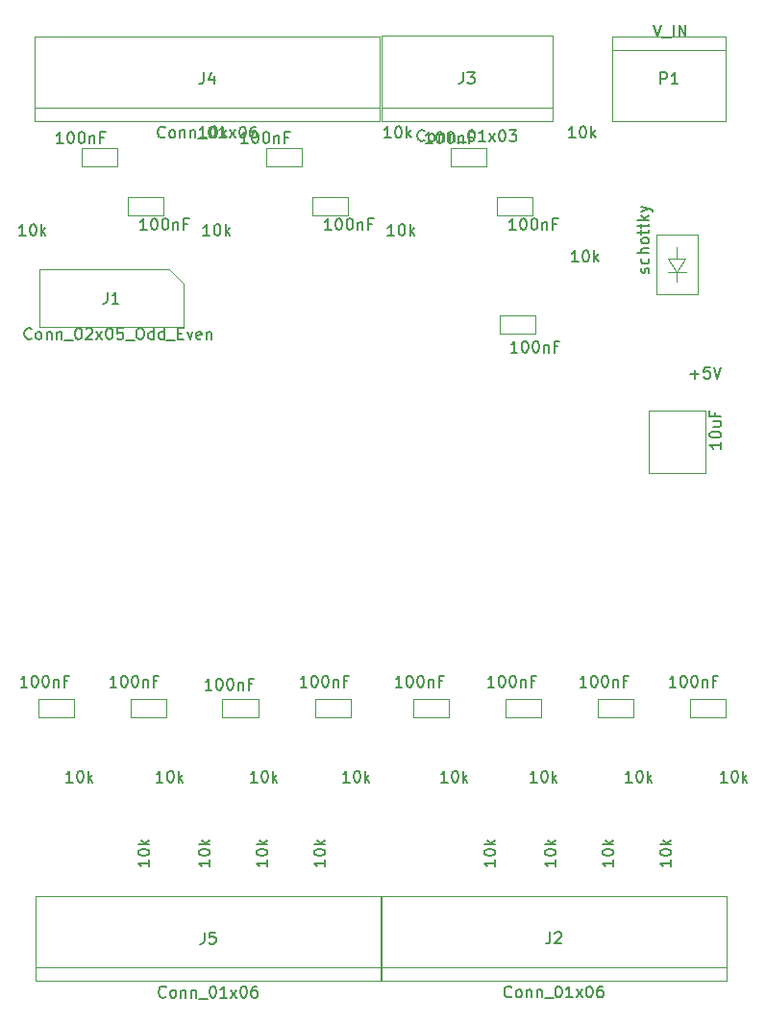
<source format=gbr>
G04 #@! TF.GenerationSoftware,KiCad,Pcbnew,5.0.2+dfsg1-1*
G04 #@! TF.CreationDate,2021-01-22T13:52:48+01:00*
G04 #@! TF.ProjectId,wat,7761742e-6b69-4636-9164-5f7063625858,rev?*
G04 #@! TF.SameCoordinates,Original*
G04 #@! TF.FileFunction,Other,Fab,Top*
%FSLAX46Y46*%
G04 Gerber Fmt 4.6, Leading zero omitted, Abs format (unit mm)*
G04 Created by KiCad (PCBNEW 5.0.2+dfsg1-1) date vie 22 ene 2021 13:52:48 CET*
%MOMM*%
%LPD*%
G01*
G04 APERTURE LIST*
%ADD10C,0.100000*%
%ADD11C,0.150000*%
G04 APERTURE END LIST*
D10*
G04 #@! TO.C,C11*
X80410000Y-133820000D02*
X83610000Y-133820000D01*
X83610000Y-133820000D02*
X83610000Y-135420000D01*
X83610000Y-135420000D02*
X80410000Y-135420000D01*
X80410000Y-135420000D02*
X80410000Y-133820000D01*
G04 #@! TO.C,J4*
X94295600Y-75472600D02*
X63895600Y-75472600D01*
X94295600Y-82972600D02*
X94295600Y-75472600D01*
X63895600Y-82972600D02*
X94295600Y-82972600D01*
X63895600Y-75472600D02*
X63895600Y-82972600D01*
X63895600Y-81772600D02*
X94295600Y-81772600D01*
G04 #@! TO.C,C1*
X122959500Y-108438500D02*
X122959500Y-113938500D01*
X122959500Y-113938500D02*
X117959500Y-113938500D01*
X117959500Y-113938500D02*
X117959500Y-108438500D01*
X117959500Y-108438500D02*
X122959500Y-108438500D01*
G04 #@! TO.C,C2*
X108026000Y-101638000D02*
X104826000Y-101638000D01*
X104826000Y-101638000D02*
X104826000Y-100038000D01*
X104826000Y-100038000D02*
X108026000Y-100038000D01*
X108026000Y-100038000D02*
X108026000Y-101638000D01*
G04 #@! TO.C,C5*
X91516000Y-91224000D02*
X88316000Y-91224000D01*
X88316000Y-91224000D02*
X88316000Y-89624000D01*
X88316000Y-89624000D02*
X91516000Y-89624000D01*
X91516000Y-89624000D02*
X91516000Y-91224000D01*
G04 #@! TO.C,C6*
X84252000Y-86906000D02*
X84252000Y-85306000D01*
X87452000Y-86906000D02*
X84252000Y-86906000D01*
X87452000Y-85306000D02*
X87452000Y-86906000D01*
X84252000Y-85306000D02*
X87452000Y-85306000D01*
G04 #@! TO.C,C7*
X75260000Y-91224000D02*
X72060000Y-91224000D01*
X72060000Y-91224000D02*
X72060000Y-89624000D01*
X72060000Y-89624000D02*
X75260000Y-89624000D01*
X75260000Y-89624000D02*
X75260000Y-91224000D01*
G04 #@! TO.C,C8*
X67996000Y-86906000D02*
X67996000Y-85306000D01*
X71196000Y-86906000D02*
X67996000Y-86906000D01*
X71196000Y-85306000D02*
X71196000Y-86906000D01*
X67996000Y-85306000D02*
X71196000Y-85306000D01*
G04 #@! TO.C,C9*
X67386000Y-135420000D02*
X64186000Y-135420000D01*
X64186000Y-135420000D02*
X64186000Y-133820000D01*
X64186000Y-133820000D02*
X67386000Y-133820000D01*
X67386000Y-133820000D02*
X67386000Y-135420000D01*
G04 #@! TO.C,C10*
X75514000Y-133820000D02*
X75514000Y-135420000D01*
X72314000Y-133820000D02*
X75514000Y-133820000D01*
X72314000Y-135420000D02*
X72314000Y-133820000D01*
X75514000Y-135420000D02*
X72314000Y-135420000D01*
G04 #@! TO.C,C12*
X88570000Y-135420000D02*
X88570000Y-133820000D01*
X91770000Y-135420000D02*
X88570000Y-135420000D01*
X91770000Y-133820000D02*
X91770000Y-135420000D01*
X88570000Y-133820000D02*
X91770000Y-133820000D01*
G04 #@! TO.C,C13*
X100406000Y-135420000D02*
X97206000Y-135420000D01*
X97206000Y-135420000D02*
X97206000Y-133820000D01*
X97206000Y-133820000D02*
X100406000Y-133820000D01*
X100406000Y-133820000D02*
X100406000Y-135420000D01*
G04 #@! TO.C,C14*
X108534000Y-133820000D02*
X108534000Y-135420000D01*
X105334000Y-133820000D02*
X108534000Y-133820000D01*
X105334000Y-135420000D02*
X105334000Y-133820000D01*
X108534000Y-135420000D02*
X105334000Y-135420000D01*
G04 #@! TO.C,C15*
X113462000Y-135420000D02*
X113462000Y-133820000D01*
X116662000Y-135420000D02*
X113462000Y-135420000D01*
X116662000Y-133820000D02*
X116662000Y-135420000D01*
X113462000Y-133820000D02*
X116662000Y-133820000D01*
G04 #@! TO.C,C16*
X121590000Y-133820000D02*
X124790000Y-133820000D01*
X124790000Y-133820000D02*
X124790000Y-135420000D01*
X124790000Y-135420000D02*
X121590000Y-135420000D01*
X121590000Y-135420000D02*
X121590000Y-133820000D01*
G04 #@! TO.C,J1*
X75692000Y-96012000D02*
X76962000Y-97282000D01*
X64262000Y-96012000D02*
X75692000Y-96012000D01*
X64262000Y-101092000D02*
X64262000Y-96012000D01*
X76962000Y-101092000D02*
X64262000Y-101092000D01*
X76962000Y-97282000D02*
X76962000Y-101092000D01*
G04 #@! TO.C,J2*
X124826400Y-151164600D02*
X94426400Y-151164600D01*
X124826400Y-158664600D02*
X124826400Y-151164600D01*
X94426400Y-158664600D02*
X124826400Y-158664600D01*
X94426400Y-151164600D02*
X94426400Y-158664600D01*
X94426400Y-157464600D02*
X124826400Y-157464600D01*
G04 #@! TO.C,J3*
X94405600Y-81747200D02*
X109505600Y-81747200D01*
X94405600Y-75447200D02*
X109505600Y-75447200D01*
X109505600Y-75447200D02*
X109505600Y-82947200D01*
X109505600Y-82947200D02*
X94405600Y-82947200D01*
X94405600Y-82947200D02*
X94405600Y-75447200D01*
G04 #@! TO.C,J5*
X63971800Y-157490000D02*
X94371800Y-157490000D01*
X63971800Y-151190000D02*
X63971800Y-158690000D01*
X63971800Y-158690000D02*
X94371800Y-158690000D01*
X94371800Y-158690000D02*
X94371800Y-151190000D01*
X94371800Y-151190000D02*
X63971800Y-151190000D01*
G04 #@! TO.C,P1*
X114761000Y-82972600D02*
X124761000Y-82972600D01*
X114761000Y-75472600D02*
X114761000Y-82972600D01*
X124761000Y-75472600D02*
X114761000Y-75472600D01*
X124761000Y-82972600D02*
X124761000Y-75472600D01*
X124711000Y-76672600D02*
X114811000Y-76672600D01*
G04 #@! TO.C,C3*
X107772000Y-89624000D02*
X107772000Y-91224000D01*
X104572000Y-89624000D02*
X107772000Y-89624000D01*
X104572000Y-91224000D02*
X104572000Y-89624000D01*
X107772000Y-91224000D02*
X104572000Y-91224000D01*
G04 #@! TO.C,C4*
X100508000Y-85306000D02*
X103708000Y-85306000D01*
X103708000Y-85306000D02*
X103708000Y-86906000D01*
X103708000Y-86906000D02*
X100508000Y-86906000D01*
X100508000Y-86906000D02*
X100508000Y-85306000D01*
G04 #@! TO.C,D1*
X122259500Y-92967500D02*
X118659500Y-92967500D01*
X122259500Y-92967500D02*
X122259500Y-98167500D01*
X120460520Y-96216940D02*
X119660420Y-95066320D01*
X120460520Y-96216940D02*
X121209820Y-95066320D01*
X121209820Y-95066320D02*
X119660420Y-95066320D01*
X119660420Y-96216940D02*
X121260620Y-96216940D01*
X120460520Y-95066320D02*
X120460520Y-94068100D01*
X120460520Y-96216940D02*
X120460520Y-97118640D01*
X118659500Y-92967500D02*
X118659500Y-98167500D01*
X122259500Y-98167500D02*
X118659500Y-98167500D01*
G04 #@! TD*
G04 #@! TO.C,C11*
D11*
X79478380Y-133040380D02*
X78906952Y-133040380D01*
X79192666Y-133040380D02*
X79192666Y-132040380D01*
X79097428Y-132183238D01*
X79002190Y-132278476D01*
X78906952Y-132326095D01*
X80097428Y-132040380D02*
X80192666Y-132040380D01*
X80287904Y-132088000D01*
X80335523Y-132135619D01*
X80383142Y-132230857D01*
X80430761Y-132421333D01*
X80430761Y-132659428D01*
X80383142Y-132849904D01*
X80335523Y-132945142D01*
X80287904Y-132992761D01*
X80192666Y-133040380D01*
X80097428Y-133040380D01*
X80002190Y-132992761D01*
X79954571Y-132945142D01*
X79906952Y-132849904D01*
X79859333Y-132659428D01*
X79859333Y-132421333D01*
X79906952Y-132230857D01*
X79954571Y-132135619D01*
X80002190Y-132088000D01*
X80097428Y-132040380D01*
X81049809Y-132040380D02*
X81145047Y-132040380D01*
X81240285Y-132088000D01*
X81287904Y-132135619D01*
X81335523Y-132230857D01*
X81383142Y-132421333D01*
X81383142Y-132659428D01*
X81335523Y-132849904D01*
X81287904Y-132945142D01*
X81240285Y-132992761D01*
X81145047Y-133040380D01*
X81049809Y-133040380D01*
X80954571Y-132992761D01*
X80906952Y-132945142D01*
X80859333Y-132849904D01*
X80811714Y-132659428D01*
X80811714Y-132421333D01*
X80859333Y-132230857D01*
X80906952Y-132135619D01*
X80954571Y-132088000D01*
X81049809Y-132040380D01*
X81811714Y-132373714D02*
X81811714Y-133040380D01*
X81811714Y-132468952D02*
X81859333Y-132421333D01*
X81954571Y-132373714D01*
X82097428Y-132373714D01*
X82192666Y-132421333D01*
X82240285Y-132516571D01*
X82240285Y-133040380D01*
X83049809Y-132516571D02*
X82716476Y-132516571D01*
X82716476Y-133040380D02*
X82716476Y-132040380D01*
X83192666Y-132040380D01*
G04 #@! TO.C,J4*
X75357504Y-84329742D02*
X75309885Y-84377361D01*
X75167028Y-84424980D01*
X75071790Y-84424980D01*
X74928933Y-84377361D01*
X74833695Y-84282123D01*
X74786076Y-84186885D01*
X74738457Y-83996409D01*
X74738457Y-83853552D01*
X74786076Y-83663076D01*
X74833695Y-83567838D01*
X74928933Y-83472600D01*
X75071790Y-83424980D01*
X75167028Y-83424980D01*
X75309885Y-83472600D01*
X75357504Y-83520219D01*
X75928933Y-84424980D02*
X75833695Y-84377361D01*
X75786076Y-84329742D01*
X75738457Y-84234504D01*
X75738457Y-83948790D01*
X75786076Y-83853552D01*
X75833695Y-83805933D01*
X75928933Y-83758314D01*
X76071790Y-83758314D01*
X76167028Y-83805933D01*
X76214647Y-83853552D01*
X76262266Y-83948790D01*
X76262266Y-84234504D01*
X76214647Y-84329742D01*
X76167028Y-84377361D01*
X76071790Y-84424980D01*
X75928933Y-84424980D01*
X76690838Y-83758314D02*
X76690838Y-84424980D01*
X76690838Y-83853552D02*
X76738457Y-83805933D01*
X76833695Y-83758314D01*
X76976552Y-83758314D01*
X77071790Y-83805933D01*
X77119409Y-83901171D01*
X77119409Y-84424980D01*
X77595600Y-83758314D02*
X77595600Y-84424980D01*
X77595600Y-83853552D02*
X77643219Y-83805933D01*
X77738457Y-83758314D01*
X77881314Y-83758314D01*
X77976552Y-83805933D01*
X78024171Y-83901171D01*
X78024171Y-84424980D01*
X78262266Y-84520219D02*
X79024171Y-84520219D01*
X79452742Y-83424980D02*
X79547980Y-83424980D01*
X79643219Y-83472600D01*
X79690838Y-83520219D01*
X79738457Y-83615457D01*
X79786076Y-83805933D01*
X79786076Y-84044028D01*
X79738457Y-84234504D01*
X79690838Y-84329742D01*
X79643219Y-84377361D01*
X79547980Y-84424980D01*
X79452742Y-84424980D01*
X79357504Y-84377361D01*
X79309885Y-84329742D01*
X79262266Y-84234504D01*
X79214647Y-84044028D01*
X79214647Y-83805933D01*
X79262266Y-83615457D01*
X79309885Y-83520219D01*
X79357504Y-83472600D01*
X79452742Y-83424980D01*
X80738457Y-84424980D02*
X80167028Y-84424980D01*
X80452742Y-84424980D02*
X80452742Y-83424980D01*
X80357504Y-83567838D01*
X80262266Y-83663076D01*
X80167028Y-83710695D01*
X81071790Y-84424980D02*
X81595600Y-83758314D01*
X81071790Y-83758314D02*
X81595600Y-84424980D01*
X82167028Y-83424980D02*
X82262266Y-83424980D01*
X82357504Y-83472600D01*
X82405123Y-83520219D01*
X82452742Y-83615457D01*
X82500361Y-83805933D01*
X82500361Y-84044028D01*
X82452742Y-84234504D01*
X82405123Y-84329742D01*
X82357504Y-84377361D01*
X82262266Y-84424980D01*
X82167028Y-84424980D01*
X82071790Y-84377361D01*
X82024171Y-84329742D01*
X81976552Y-84234504D01*
X81928933Y-84044028D01*
X81928933Y-83805933D01*
X81976552Y-83615457D01*
X82024171Y-83520219D01*
X82071790Y-83472600D01*
X82167028Y-83424980D01*
X83357504Y-83424980D02*
X83167028Y-83424980D01*
X83071790Y-83472600D01*
X83024171Y-83520219D01*
X82928933Y-83663076D01*
X82881314Y-83853552D01*
X82881314Y-84234504D01*
X82928933Y-84329742D01*
X82976552Y-84377361D01*
X83071790Y-84424980D01*
X83262266Y-84424980D01*
X83357504Y-84377361D01*
X83405123Y-84329742D01*
X83452742Y-84234504D01*
X83452742Y-83996409D01*
X83405123Y-83901171D01*
X83357504Y-83853552D01*
X83262266Y-83805933D01*
X83071790Y-83805933D01*
X82976552Y-83853552D01*
X82928933Y-83901171D01*
X82881314Y-83996409D01*
X78762266Y-78674980D02*
X78762266Y-79389266D01*
X78714647Y-79532123D01*
X78619409Y-79627361D01*
X78476552Y-79674980D01*
X78381314Y-79674980D01*
X79667028Y-79008314D02*
X79667028Y-79674980D01*
X79428933Y-78627361D02*
X79190838Y-79341647D01*
X79809885Y-79341647D01*
G04 #@! TO.C,C1*
X124336880Y-111223928D02*
X124336880Y-111795357D01*
X124336880Y-111509642D02*
X123336880Y-111509642D01*
X123479738Y-111604880D01*
X123574976Y-111700119D01*
X123622595Y-111795357D01*
X123336880Y-110604880D02*
X123336880Y-110509642D01*
X123384500Y-110414404D01*
X123432119Y-110366785D01*
X123527357Y-110319166D01*
X123717833Y-110271547D01*
X123955928Y-110271547D01*
X124146404Y-110319166D01*
X124241642Y-110366785D01*
X124289261Y-110414404D01*
X124336880Y-110509642D01*
X124336880Y-110604880D01*
X124289261Y-110700119D01*
X124241642Y-110747738D01*
X124146404Y-110795357D01*
X123955928Y-110842976D01*
X123717833Y-110842976D01*
X123527357Y-110795357D01*
X123432119Y-110747738D01*
X123384500Y-110700119D01*
X123336880Y-110604880D01*
X123670214Y-109414404D02*
X124336880Y-109414404D01*
X123670214Y-109842976D02*
X124194023Y-109842976D01*
X124289261Y-109795357D01*
X124336880Y-109700119D01*
X124336880Y-109557261D01*
X124289261Y-109462023D01*
X124241642Y-109414404D01*
X123813071Y-108604880D02*
X123813071Y-108938214D01*
X124336880Y-108938214D02*
X123336880Y-108938214D01*
X123336880Y-108462023D01*
G04 #@! TO.C,C2*
X106402380Y-103322380D02*
X105830952Y-103322380D01*
X106116666Y-103322380D02*
X106116666Y-102322380D01*
X106021428Y-102465238D01*
X105926190Y-102560476D01*
X105830952Y-102608095D01*
X107021428Y-102322380D02*
X107116666Y-102322380D01*
X107211904Y-102370000D01*
X107259523Y-102417619D01*
X107307142Y-102512857D01*
X107354761Y-102703333D01*
X107354761Y-102941428D01*
X107307142Y-103131904D01*
X107259523Y-103227142D01*
X107211904Y-103274761D01*
X107116666Y-103322380D01*
X107021428Y-103322380D01*
X106926190Y-103274761D01*
X106878571Y-103227142D01*
X106830952Y-103131904D01*
X106783333Y-102941428D01*
X106783333Y-102703333D01*
X106830952Y-102512857D01*
X106878571Y-102417619D01*
X106926190Y-102370000D01*
X107021428Y-102322380D01*
X107973809Y-102322380D02*
X108069047Y-102322380D01*
X108164285Y-102370000D01*
X108211904Y-102417619D01*
X108259523Y-102512857D01*
X108307142Y-102703333D01*
X108307142Y-102941428D01*
X108259523Y-103131904D01*
X108211904Y-103227142D01*
X108164285Y-103274761D01*
X108069047Y-103322380D01*
X107973809Y-103322380D01*
X107878571Y-103274761D01*
X107830952Y-103227142D01*
X107783333Y-103131904D01*
X107735714Y-102941428D01*
X107735714Y-102703333D01*
X107783333Y-102512857D01*
X107830952Y-102417619D01*
X107878571Y-102370000D01*
X107973809Y-102322380D01*
X108735714Y-102655714D02*
X108735714Y-103322380D01*
X108735714Y-102750952D02*
X108783333Y-102703333D01*
X108878571Y-102655714D01*
X109021428Y-102655714D01*
X109116666Y-102703333D01*
X109164285Y-102798571D01*
X109164285Y-103322380D01*
X109973809Y-102798571D02*
X109640476Y-102798571D01*
X109640476Y-103322380D02*
X109640476Y-102322380D01*
X110116666Y-102322380D01*
G04 #@! TO.C,C5*
X90019380Y-92527380D02*
X89447952Y-92527380D01*
X89733666Y-92527380D02*
X89733666Y-91527380D01*
X89638428Y-91670238D01*
X89543190Y-91765476D01*
X89447952Y-91813095D01*
X90638428Y-91527380D02*
X90733666Y-91527380D01*
X90828904Y-91575000D01*
X90876523Y-91622619D01*
X90924142Y-91717857D01*
X90971761Y-91908333D01*
X90971761Y-92146428D01*
X90924142Y-92336904D01*
X90876523Y-92432142D01*
X90828904Y-92479761D01*
X90733666Y-92527380D01*
X90638428Y-92527380D01*
X90543190Y-92479761D01*
X90495571Y-92432142D01*
X90447952Y-92336904D01*
X90400333Y-92146428D01*
X90400333Y-91908333D01*
X90447952Y-91717857D01*
X90495571Y-91622619D01*
X90543190Y-91575000D01*
X90638428Y-91527380D01*
X91590809Y-91527380D02*
X91686047Y-91527380D01*
X91781285Y-91575000D01*
X91828904Y-91622619D01*
X91876523Y-91717857D01*
X91924142Y-91908333D01*
X91924142Y-92146428D01*
X91876523Y-92336904D01*
X91828904Y-92432142D01*
X91781285Y-92479761D01*
X91686047Y-92527380D01*
X91590809Y-92527380D01*
X91495571Y-92479761D01*
X91447952Y-92432142D01*
X91400333Y-92336904D01*
X91352714Y-92146428D01*
X91352714Y-91908333D01*
X91400333Y-91717857D01*
X91447952Y-91622619D01*
X91495571Y-91575000D01*
X91590809Y-91527380D01*
X92352714Y-91860714D02*
X92352714Y-92527380D01*
X92352714Y-91955952D02*
X92400333Y-91908333D01*
X92495571Y-91860714D01*
X92638428Y-91860714D01*
X92733666Y-91908333D01*
X92781285Y-92003571D01*
X92781285Y-92527380D01*
X93590809Y-92003571D02*
X93257476Y-92003571D01*
X93257476Y-92527380D02*
X93257476Y-91527380D01*
X93733666Y-91527380D01*
G04 #@! TO.C,C6*
X82653380Y-84907380D02*
X82081952Y-84907380D01*
X82367666Y-84907380D02*
X82367666Y-83907380D01*
X82272428Y-84050238D01*
X82177190Y-84145476D01*
X82081952Y-84193095D01*
X83272428Y-83907380D02*
X83367666Y-83907380D01*
X83462904Y-83955000D01*
X83510523Y-84002619D01*
X83558142Y-84097857D01*
X83605761Y-84288333D01*
X83605761Y-84526428D01*
X83558142Y-84716904D01*
X83510523Y-84812142D01*
X83462904Y-84859761D01*
X83367666Y-84907380D01*
X83272428Y-84907380D01*
X83177190Y-84859761D01*
X83129571Y-84812142D01*
X83081952Y-84716904D01*
X83034333Y-84526428D01*
X83034333Y-84288333D01*
X83081952Y-84097857D01*
X83129571Y-84002619D01*
X83177190Y-83955000D01*
X83272428Y-83907380D01*
X84224809Y-83907380D02*
X84320047Y-83907380D01*
X84415285Y-83955000D01*
X84462904Y-84002619D01*
X84510523Y-84097857D01*
X84558142Y-84288333D01*
X84558142Y-84526428D01*
X84510523Y-84716904D01*
X84462904Y-84812142D01*
X84415285Y-84859761D01*
X84320047Y-84907380D01*
X84224809Y-84907380D01*
X84129571Y-84859761D01*
X84081952Y-84812142D01*
X84034333Y-84716904D01*
X83986714Y-84526428D01*
X83986714Y-84288333D01*
X84034333Y-84097857D01*
X84081952Y-84002619D01*
X84129571Y-83955000D01*
X84224809Y-83907380D01*
X84986714Y-84240714D02*
X84986714Y-84907380D01*
X84986714Y-84335952D02*
X85034333Y-84288333D01*
X85129571Y-84240714D01*
X85272428Y-84240714D01*
X85367666Y-84288333D01*
X85415285Y-84383571D01*
X85415285Y-84907380D01*
X86224809Y-84383571D02*
X85891476Y-84383571D01*
X85891476Y-84907380D02*
X85891476Y-83907380D01*
X86367666Y-83907380D01*
G04 #@! TO.C,C7*
X73763380Y-92527380D02*
X73191952Y-92527380D01*
X73477666Y-92527380D02*
X73477666Y-91527380D01*
X73382428Y-91670238D01*
X73287190Y-91765476D01*
X73191952Y-91813095D01*
X74382428Y-91527380D02*
X74477666Y-91527380D01*
X74572904Y-91575000D01*
X74620523Y-91622619D01*
X74668142Y-91717857D01*
X74715761Y-91908333D01*
X74715761Y-92146428D01*
X74668142Y-92336904D01*
X74620523Y-92432142D01*
X74572904Y-92479761D01*
X74477666Y-92527380D01*
X74382428Y-92527380D01*
X74287190Y-92479761D01*
X74239571Y-92432142D01*
X74191952Y-92336904D01*
X74144333Y-92146428D01*
X74144333Y-91908333D01*
X74191952Y-91717857D01*
X74239571Y-91622619D01*
X74287190Y-91575000D01*
X74382428Y-91527380D01*
X75334809Y-91527380D02*
X75430047Y-91527380D01*
X75525285Y-91575000D01*
X75572904Y-91622619D01*
X75620523Y-91717857D01*
X75668142Y-91908333D01*
X75668142Y-92146428D01*
X75620523Y-92336904D01*
X75572904Y-92432142D01*
X75525285Y-92479761D01*
X75430047Y-92527380D01*
X75334809Y-92527380D01*
X75239571Y-92479761D01*
X75191952Y-92432142D01*
X75144333Y-92336904D01*
X75096714Y-92146428D01*
X75096714Y-91908333D01*
X75144333Y-91717857D01*
X75191952Y-91622619D01*
X75239571Y-91575000D01*
X75334809Y-91527380D01*
X76096714Y-91860714D02*
X76096714Y-92527380D01*
X76096714Y-91955952D02*
X76144333Y-91908333D01*
X76239571Y-91860714D01*
X76382428Y-91860714D01*
X76477666Y-91908333D01*
X76525285Y-92003571D01*
X76525285Y-92527380D01*
X77334809Y-92003571D02*
X77001476Y-92003571D01*
X77001476Y-92527380D02*
X77001476Y-91527380D01*
X77477666Y-91527380D01*
G04 #@! TO.C,C8*
X66397380Y-84907380D02*
X65825952Y-84907380D01*
X66111666Y-84907380D02*
X66111666Y-83907380D01*
X66016428Y-84050238D01*
X65921190Y-84145476D01*
X65825952Y-84193095D01*
X67016428Y-83907380D02*
X67111666Y-83907380D01*
X67206904Y-83955000D01*
X67254523Y-84002619D01*
X67302142Y-84097857D01*
X67349761Y-84288333D01*
X67349761Y-84526428D01*
X67302142Y-84716904D01*
X67254523Y-84812142D01*
X67206904Y-84859761D01*
X67111666Y-84907380D01*
X67016428Y-84907380D01*
X66921190Y-84859761D01*
X66873571Y-84812142D01*
X66825952Y-84716904D01*
X66778333Y-84526428D01*
X66778333Y-84288333D01*
X66825952Y-84097857D01*
X66873571Y-84002619D01*
X66921190Y-83955000D01*
X67016428Y-83907380D01*
X67968809Y-83907380D02*
X68064047Y-83907380D01*
X68159285Y-83955000D01*
X68206904Y-84002619D01*
X68254523Y-84097857D01*
X68302142Y-84288333D01*
X68302142Y-84526428D01*
X68254523Y-84716904D01*
X68206904Y-84812142D01*
X68159285Y-84859761D01*
X68064047Y-84907380D01*
X67968809Y-84907380D01*
X67873571Y-84859761D01*
X67825952Y-84812142D01*
X67778333Y-84716904D01*
X67730714Y-84526428D01*
X67730714Y-84288333D01*
X67778333Y-84097857D01*
X67825952Y-84002619D01*
X67873571Y-83955000D01*
X67968809Y-83907380D01*
X68730714Y-84240714D02*
X68730714Y-84907380D01*
X68730714Y-84335952D02*
X68778333Y-84288333D01*
X68873571Y-84240714D01*
X69016428Y-84240714D01*
X69111666Y-84288333D01*
X69159285Y-84383571D01*
X69159285Y-84907380D01*
X69968809Y-84383571D02*
X69635476Y-84383571D01*
X69635476Y-84907380D02*
X69635476Y-83907380D01*
X70111666Y-83907380D01*
G04 #@! TO.C,C9*
X63222380Y-132786380D02*
X62650952Y-132786380D01*
X62936666Y-132786380D02*
X62936666Y-131786380D01*
X62841428Y-131929238D01*
X62746190Y-132024476D01*
X62650952Y-132072095D01*
X63841428Y-131786380D02*
X63936666Y-131786380D01*
X64031904Y-131834000D01*
X64079523Y-131881619D01*
X64127142Y-131976857D01*
X64174761Y-132167333D01*
X64174761Y-132405428D01*
X64127142Y-132595904D01*
X64079523Y-132691142D01*
X64031904Y-132738761D01*
X63936666Y-132786380D01*
X63841428Y-132786380D01*
X63746190Y-132738761D01*
X63698571Y-132691142D01*
X63650952Y-132595904D01*
X63603333Y-132405428D01*
X63603333Y-132167333D01*
X63650952Y-131976857D01*
X63698571Y-131881619D01*
X63746190Y-131834000D01*
X63841428Y-131786380D01*
X64793809Y-131786380D02*
X64889047Y-131786380D01*
X64984285Y-131834000D01*
X65031904Y-131881619D01*
X65079523Y-131976857D01*
X65127142Y-132167333D01*
X65127142Y-132405428D01*
X65079523Y-132595904D01*
X65031904Y-132691142D01*
X64984285Y-132738761D01*
X64889047Y-132786380D01*
X64793809Y-132786380D01*
X64698571Y-132738761D01*
X64650952Y-132691142D01*
X64603333Y-132595904D01*
X64555714Y-132405428D01*
X64555714Y-132167333D01*
X64603333Y-131976857D01*
X64650952Y-131881619D01*
X64698571Y-131834000D01*
X64793809Y-131786380D01*
X65555714Y-132119714D02*
X65555714Y-132786380D01*
X65555714Y-132214952D02*
X65603333Y-132167333D01*
X65698571Y-132119714D01*
X65841428Y-132119714D01*
X65936666Y-132167333D01*
X65984285Y-132262571D01*
X65984285Y-132786380D01*
X66793809Y-132262571D02*
X66460476Y-132262571D01*
X66460476Y-132786380D02*
X66460476Y-131786380D01*
X66936666Y-131786380D01*
G04 #@! TO.C,C10*
X71096380Y-132786380D02*
X70524952Y-132786380D01*
X70810666Y-132786380D02*
X70810666Y-131786380D01*
X70715428Y-131929238D01*
X70620190Y-132024476D01*
X70524952Y-132072095D01*
X71715428Y-131786380D02*
X71810666Y-131786380D01*
X71905904Y-131834000D01*
X71953523Y-131881619D01*
X72001142Y-131976857D01*
X72048761Y-132167333D01*
X72048761Y-132405428D01*
X72001142Y-132595904D01*
X71953523Y-132691142D01*
X71905904Y-132738761D01*
X71810666Y-132786380D01*
X71715428Y-132786380D01*
X71620190Y-132738761D01*
X71572571Y-132691142D01*
X71524952Y-132595904D01*
X71477333Y-132405428D01*
X71477333Y-132167333D01*
X71524952Y-131976857D01*
X71572571Y-131881619D01*
X71620190Y-131834000D01*
X71715428Y-131786380D01*
X72667809Y-131786380D02*
X72763047Y-131786380D01*
X72858285Y-131834000D01*
X72905904Y-131881619D01*
X72953523Y-131976857D01*
X73001142Y-132167333D01*
X73001142Y-132405428D01*
X72953523Y-132595904D01*
X72905904Y-132691142D01*
X72858285Y-132738761D01*
X72763047Y-132786380D01*
X72667809Y-132786380D01*
X72572571Y-132738761D01*
X72524952Y-132691142D01*
X72477333Y-132595904D01*
X72429714Y-132405428D01*
X72429714Y-132167333D01*
X72477333Y-131976857D01*
X72524952Y-131881619D01*
X72572571Y-131834000D01*
X72667809Y-131786380D01*
X73429714Y-132119714D02*
X73429714Y-132786380D01*
X73429714Y-132214952D02*
X73477333Y-132167333D01*
X73572571Y-132119714D01*
X73715428Y-132119714D01*
X73810666Y-132167333D01*
X73858285Y-132262571D01*
X73858285Y-132786380D01*
X74667809Y-132262571D02*
X74334476Y-132262571D01*
X74334476Y-132786380D02*
X74334476Y-131786380D01*
X74810666Y-131786380D01*
G04 #@! TO.C,C12*
X87860380Y-132786380D02*
X87288952Y-132786380D01*
X87574666Y-132786380D02*
X87574666Y-131786380D01*
X87479428Y-131929238D01*
X87384190Y-132024476D01*
X87288952Y-132072095D01*
X88479428Y-131786380D02*
X88574666Y-131786380D01*
X88669904Y-131834000D01*
X88717523Y-131881619D01*
X88765142Y-131976857D01*
X88812761Y-132167333D01*
X88812761Y-132405428D01*
X88765142Y-132595904D01*
X88717523Y-132691142D01*
X88669904Y-132738761D01*
X88574666Y-132786380D01*
X88479428Y-132786380D01*
X88384190Y-132738761D01*
X88336571Y-132691142D01*
X88288952Y-132595904D01*
X88241333Y-132405428D01*
X88241333Y-132167333D01*
X88288952Y-131976857D01*
X88336571Y-131881619D01*
X88384190Y-131834000D01*
X88479428Y-131786380D01*
X89431809Y-131786380D02*
X89527047Y-131786380D01*
X89622285Y-131834000D01*
X89669904Y-131881619D01*
X89717523Y-131976857D01*
X89765142Y-132167333D01*
X89765142Y-132405428D01*
X89717523Y-132595904D01*
X89669904Y-132691142D01*
X89622285Y-132738761D01*
X89527047Y-132786380D01*
X89431809Y-132786380D01*
X89336571Y-132738761D01*
X89288952Y-132691142D01*
X89241333Y-132595904D01*
X89193714Y-132405428D01*
X89193714Y-132167333D01*
X89241333Y-131976857D01*
X89288952Y-131881619D01*
X89336571Y-131834000D01*
X89431809Y-131786380D01*
X90193714Y-132119714D02*
X90193714Y-132786380D01*
X90193714Y-132214952D02*
X90241333Y-132167333D01*
X90336571Y-132119714D01*
X90479428Y-132119714D01*
X90574666Y-132167333D01*
X90622285Y-132262571D01*
X90622285Y-132786380D01*
X91431809Y-132262571D02*
X91098476Y-132262571D01*
X91098476Y-132786380D02*
X91098476Y-131786380D01*
X91574666Y-131786380D01*
G04 #@! TO.C,C13*
X96242380Y-132786380D02*
X95670952Y-132786380D01*
X95956666Y-132786380D02*
X95956666Y-131786380D01*
X95861428Y-131929238D01*
X95766190Y-132024476D01*
X95670952Y-132072095D01*
X96861428Y-131786380D02*
X96956666Y-131786380D01*
X97051904Y-131834000D01*
X97099523Y-131881619D01*
X97147142Y-131976857D01*
X97194761Y-132167333D01*
X97194761Y-132405428D01*
X97147142Y-132595904D01*
X97099523Y-132691142D01*
X97051904Y-132738761D01*
X96956666Y-132786380D01*
X96861428Y-132786380D01*
X96766190Y-132738761D01*
X96718571Y-132691142D01*
X96670952Y-132595904D01*
X96623333Y-132405428D01*
X96623333Y-132167333D01*
X96670952Y-131976857D01*
X96718571Y-131881619D01*
X96766190Y-131834000D01*
X96861428Y-131786380D01*
X97813809Y-131786380D02*
X97909047Y-131786380D01*
X98004285Y-131834000D01*
X98051904Y-131881619D01*
X98099523Y-131976857D01*
X98147142Y-132167333D01*
X98147142Y-132405428D01*
X98099523Y-132595904D01*
X98051904Y-132691142D01*
X98004285Y-132738761D01*
X97909047Y-132786380D01*
X97813809Y-132786380D01*
X97718571Y-132738761D01*
X97670952Y-132691142D01*
X97623333Y-132595904D01*
X97575714Y-132405428D01*
X97575714Y-132167333D01*
X97623333Y-131976857D01*
X97670952Y-131881619D01*
X97718571Y-131834000D01*
X97813809Y-131786380D01*
X98575714Y-132119714D02*
X98575714Y-132786380D01*
X98575714Y-132214952D02*
X98623333Y-132167333D01*
X98718571Y-132119714D01*
X98861428Y-132119714D01*
X98956666Y-132167333D01*
X99004285Y-132262571D01*
X99004285Y-132786380D01*
X99813809Y-132262571D02*
X99480476Y-132262571D01*
X99480476Y-132786380D02*
X99480476Y-131786380D01*
X99956666Y-131786380D01*
G04 #@! TO.C,C14*
X104370380Y-132786380D02*
X103798952Y-132786380D01*
X104084666Y-132786380D02*
X104084666Y-131786380D01*
X103989428Y-131929238D01*
X103894190Y-132024476D01*
X103798952Y-132072095D01*
X104989428Y-131786380D02*
X105084666Y-131786380D01*
X105179904Y-131834000D01*
X105227523Y-131881619D01*
X105275142Y-131976857D01*
X105322761Y-132167333D01*
X105322761Y-132405428D01*
X105275142Y-132595904D01*
X105227523Y-132691142D01*
X105179904Y-132738761D01*
X105084666Y-132786380D01*
X104989428Y-132786380D01*
X104894190Y-132738761D01*
X104846571Y-132691142D01*
X104798952Y-132595904D01*
X104751333Y-132405428D01*
X104751333Y-132167333D01*
X104798952Y-131976857D01*
X104846571Y-131881619D01*
X104894190Y-131834000D01*
X104989428Y-131786380D01*
X105941809Y-131786380D02*
X106037047Y-131786380D01*
X106132285Y-131834000D01*
X106179904Y-131881619D01*
X106227523Y-131976857D01*
X106275142Y-132167333D01*
X106275142Y-132405428D01*
X106227523Y-132595904D01*
X106179904Y-132691142D01*
X106132285Y-132738761D01*
X106037047Y-132786380D01*
X105941809Y-132786380D01*
X105846571Y-132738761D01*
X105798952Y-132691142D01*
X105751333Y-132595904D01*
X105703714Y-132405428D01*
X105703714Y-132167333D01*
X105751333Y-131976857D01*
X105798952Y-131881619D01*
X105846571Y-131834000D01*
X105941809Y-131786380D01*
X106703714Y-132119714D02*
X106703714Y-132786380D01*
X106703714Y-132214952D02*
X106751333Y-132167333D01*
X106846571Y-132119714D01*
X106989428Y-132119714D01*
X107084666Y-132167333D01*
X107132285Y-132262571D01*
X107132285Y-132786380D01*
X107941809Y-132262571D02*
X107608476Y-132262571D01*
X107608476Y-132786380D02*
X107608476Y-131786380D01*
X108084666Y-131786380D01*
G04 #@! TO.C,C15*
X112498380Y-132786380D02*
X111926952Y-132786380D01*
X112212666Y-132786380D02*
X112212666Y-131786380D01*
X112117428Y-131929238D01*
X112022190Y-132024476D01*
X111926952Y-132072095D01*
X113117428Y-131786380D02*
X113212666Y-131786380D01*
X113307904Y-131834000D01*
X113355523Y-131881619D01*
X113403142Y-131976857D01*
X113450761Y-132167333D01*
X113450761Y-132405428D01*
X113403142Y-132595904D01*
X113355523Y-132691142D01*
X113307904Y-132738761D01*
X113212666Y-132786380D01*
X113117428Y-132786380D01*
X113022190Y-132738761D01*
X112974571Y-132691142D01*
X112926952Y-132595904D01*
X112879333Y-132405428D01*
X112879333Y-132167333D01*
X112926952Y-131976857D01*
X112974571Y-131881619D01*
X113022190Y-131834000D01*
X113117428Y-131786380D01*
X114069809Y-131786380D02*
X114165047Y-131786380D01*
X114260285Y-131834000D01*
X114307904Y-131881619D01*
X114355523Y-131976857D01*
X114403142Y-132167333D01*
X114403142Y-132405428D01*
X114355523Y-132595904D01*
X114307904Y-132691142D01*
X114260285Y-132738761D01*
X114165047Y-132786380D01*
X114069809Y-132786380D01*
X113974571Y-132738761D01*
X113926952Y-132691142D01*
X113879333Y-132595904D01*
X113831714Y-132405428D01*
X113831714Y-132167333D01*
X113879333Y-131976857D01*
X113926952Y-131881619D01*
X113974571Y-131834000D01*
X114069809Y-131786380D01*
X114831714Y-132119714D02*
X114831714Y-132786380D01*
X114831714Y-132214952D02*
X114879333Y-132167333D01*
X114974571Y-132119714D01*
X115117428Y-132119714D01*
X115212666Y-132167333D01*
X115260285Y-132262571D01*
X115260285Y-132786380D01*
X116069809Y-132262571D02*
X115736476Y-132262571D01*
X115736476Y-132786380D02*
X115736476Y-131786380D01*
X116212666Y-131786380D01*
G04 #@! TO.C,C16*
X120372380Y-132786380D02*
X119800952Y-132786380D01*
X120086666Y-132786380D02*
X120086666Y-131786380D01*
X119991428Y-131929238D01*
X119896190Y-132024476D01*
X119800952Y-132072095D01*
X120991428Y-131786380D02*
X121086666Y-131786380D01*
X121181904Y-131834000D01*
X121229523Y-131881619D01*
X121277142Y-131976857D01*
X121324761Y-132167333D01*
X121324761Y-132405428D01*
X121277142Y-132595904D01*
X121229523Y-132691142D01*
X121181904Y-132738761D01*
X121086666Y-132786380D01*
X120991428Y-132786380D01*
X120896190Y-132738761D01*
X120848571Y-132691142D01*
X120800952Y-132595904D01*
X120753333Y-132405428D01*
X120753333Y-132167333D01*
X120800952Y-131976857D01*
X120848571Y-131881619D01*
X120896190Y-131834000D01*
X120991428Y-131786380D01*
X121943809Y-131786380D02*
X122039047Y-131786380D01*
X122134285Y-131834000D01*
X122181904Y-131881619D01*
X122229523Y-131976857D01*
X122277142Y-132167333D01*
X122277142Y-132405428D01*
X122229523Y-132595904D01*
X122181904Y-132691142D01*
X122134285Y-132738761D01*
X122039047Y-132786380D01*
X121943809Y-132786380D01*
X121848571Y-132738761D01*
X121800952Y-132691142D01*
X121753333Y-132595904D01*
X121705714Y-132405428D01*
X121705714Y-132167333D01*
X121753333Y-131976857D01*
X121800952Y-131881619D01*
X121848571Y-131834000D01*
X121943809Y-131786380D01*
X122705714Y-132119714D02*
X122705714Y-132786380D01*
X122705714Y-132214952D02*
X122753333Y-132167333D01*
X122848571Y-132119714D01*
X122991428Y-132119714D01*
X123086666Y-132167333D01*
X123134285Y-132262571D01*
X123134285Y-132786380D01*
X123943809Y-132262571D02*
X123610476Y-132262571D01*
X123610476Y-132786380D02*
X123610476Y-131786380D01*
X124086666Y-131786380D01*
G04 #@! TO.C,J1*
X63604142Y-102084142D02*
X63556523Y-102131761D01*
X63413666Y-102179380D01*
X63318428Y-102179380D01*
X63175571Y-102131761D01*
X63080333Y-102036523D01*
X63032714Y-101941285D01*
X62985095Y-101750809D01*
X62985095Y-101607952D01*
X63032714Y-101417476D01*
X63080333Y-101322238D01*
X63175571Y-101227000D01*
X63318428Y-101179380D01*
X63413666Y-101179380D01*
X63556523Y-101227000D01*
X63604142Y-101274619D01*
X64175571Y-102179380D02*
X64080333Y-102131761D01*
X64032714Y-102084142D01*
X63985095Y-101988904D01*
X63985095Y-101703190D01*
X64032714Y-101607952D01*
X64080333Y-101560333D01*
X64175571Y-101512714D01*
X64318428Y-101512714D01*
X64413666Y-101560333D01*
X64461285Y-101607952D01*
X64508904Y-101703190D01*
X64508904Y-101988904D01*
X64461285Y-102084142D01*
X64413666Y-102131761D01*
X64318428Y-102179380D01*
X64175571Y-102179380D01*
X64937476Y-101512714D02*
X64937476Y-102179380D01*
X64937476Y-101607952D02*
X64985095Y-101560333D01*
X65080333Y-101512714D01*
X65223190Y-101512714D01*
X65318428Y-101560333D01*
X65366047Y-101655571D01*
X65366047Y-102179380D01*
X65842238Y-101512714D02*
X65842238Y-102179380D01*
X65842238Y-101607952D02*
X65889857Y-101560333D01*
X65985095Y-101512714D01*
X66127952Y-101512714D01*
X66223190Y-101560333D01*
X66270809Y-101655571D01*
X66270809Y-102179380D01*
X66508904Y-102274619D02*
X67270809Y-102274619D01*
X67699380Y-101179380D02*
X67794619Y-101179380D01*
X67889857Y-101227000D01*
X67937476Y-101274619D01*
X67985095Y-101369857D01*
X68032714Y-101560333D01*
X68032714Y-101798428D01*
X67985095Y-101988904D01*
X67937476Y-102084142D01*
X67889857Y-102131761D01*
X67794619Y-102179380D01*
X67699380Y-102179380D01*
X67604142Y-102131761D01*
X67556523Y-102084142D01*
X67508904Y-101988904D01*
X67461285Y-101798428D01*
X67461285Y-101560333D01*
X67508904Y-101369857D01*
X67556523Y-101274619D01*
X67604142Y-101227000D01*
X67699380Y-101179380D01*
X68413666Y-101274619D02*
X68461285Y-101227000D01*
X68556523Y-101179380D01*
X68794619Y-101179380D01*
X68889857Y-101227000D01*
X68937476Y-101274619D01*
X68985095Y-101369857D01*
X68985095Y-101465095D01*
X68937476Y-101607952D01*
X68366047Y-102179380D01*
X68985095Y-102179380D01*
X69318428Y-102179380D02*
X69842238Y-101512714D01*
X69318428Y-101512714D02*
X69842238Y-102179380D01*
X70413666Y-101179380D02*
X70508904Y-101179380D01*
X70604142Y-101227000D01*
X70651761Y-101274619D01*
X70699380Y-101369857D01*
X70747000Y-101560333D01*
X70747000Y-101798428D01*
X70699380Y-101988904D01*
X70651761Y-102084142D01*
X70604142Y-102131761D01*
X70508904Y-102179380D01*
X70413666Y-102179380D01*
X70318428Y-102131761D01*
X70270809Y-102084142D01*
X70223190Y-101988904D01*
X70175571Y-101798428D01*
X70175571Y-101560333D01*
X70223190Y-101369857D01*
X70270809Y-101274619D01*
X70318428Y-101227000D01*
X70413666Y-101179380D01*
X71651761Y-101179380D02*
X71175571Y-101179380D01*
X71127952Y-101655571D01*
X71175571Y-101607952D01*
X71270809Y-101560333D01*
X71508904Y-101560333D01*
X71604142Y-101607952D01*
X71651761Y-101655571D01*
X71699380Y-101750809D01*
X71699380Y-101988904D01*
X71651761Y-102084142D01*
X71604142Y-102131761D01*
X71508904Y-102179380D01*
X71270809Y-102179380D01*
X71175571Y-102131761D01*
X71127952Y-102084142D01*
X71889857Y-102274619D02*
X72651761Y-102274619D01*
X73080333Y-101179380D02*
X73270809Y-101179380D01*
X73366047Y-101227000D01*
X73461285Y-101322238D01*
X73508904Y-101512714D01*
X73508904Y-101846047D01*
X73461285Y-102036523D01*
X73366047Y-102131761D01*
X73270809Y-102179380D01*
X73080333Y-102179380D01*
X72985095Y-102131761D01*
X72889857Y-102036523D01*
X72842238Y-101846047D01*
X72842238Y-101512714D01*
X72889857Y-101322238D01*
X72985095Y-101227000D01*
X73080333Y-101179380D01*
X74366047Y-102179380D02*
X74366047Y-101179380D01*
X74366047Y-102131761D02*
X74270809Y-102179380D01*
X74080333Y-102179380D01*
X73985095Y-102131761D01*
X73937476Y-102084142D01*
X73889857Y-101988904D01*
X73889857Y-101703190D01*
X73937476Y-101607952D01*
X73985095Y-101560333D01*
X74080333Y-101512714D01*
X74270809Y-101512714D01*
X74366047Y-101560333D01*
X75270809Y-102179380D02*
X75270809Y-101179380D01*
X75270809Y-102131761D02*
X75175571Y-102179380D01*
X74985095Y-102179380D01*
X74889857Y-102131761D01*
X74842238Y-102084142D01*
X74794619Y-101988904D01*
X74794619Y-101703190D01*
X74842238Y-101607952D01*
X74889857Y-101560333D01*
X74985095Y-101512714D01*
X75175571Y-101512714D01*
X75270809Y-101560333D01*
X75508904Y-102274619D02*
X76270809Y-102274619D01*
X76508904Y-101655571D02*
X76842238Y-101655571D01*
X76985095Y-102179380D02*
X76508904Y-102179380D01*
X76508904Y-101179380D01*
X76985095Y-101179380D01*
X77318428Y-101512714D02*
X77556523Y-102179380D01*
X77794619Y-101512714D01*
X78556523Y-102131761D02*
X78461285Y-102179380D01*
X78270809Y-102179380D01*
X78175571Y-102131761D01*
X78127952Y-102036523D01*
X78127952Y-101655571D01*
X78175571Y-101560333D01*
X78270809Y-101512714D01*
X78461285Y-101512714D01*
X78556523Y-101560333D01*
X78604142Y-101655571D01*
X78604142Y-101750809D01*
X78127952Y-101846047D01*
X79032714Y-101512714D02*
X79032714Y-102179380D01*
X79032714Y-101607952D02*
X79080333Y-101560333D01*
X79175571Y-101512714D01*
X79318428Y-101512714D01*
X79413666Y-101560333D01*
X79461285Y-101655571D01*
X79461285Y-102179380D01*
X70278666Y-98004380D02*
X70278666Y-98718666D01*
X70231047Y-98861523D01*
X70135809Y-98956761D01*
X69992952Y-99004380D01*
X69897714Y-99004380D01*
X71278666Y-99004380D02*
X70707238Y-99004380D01*
X70992952Y-99004380D02*
X70992952Y-98004380D01*
X70897714Y-98147238D01*
X70802476Y-98242476D01*
X70707238Y-98290095D01*
G04 #@! TO.C,J2*
X105888304Y-160021742D02*
X105840685Y-160069361D01*
X105697828Y-160116980D01*
X105602590Y-160116980D01*
X105459733Y-160069361D01*
X105364495Y-159974123D01*
X105316876Y-159878885D01*
X105269257Y-159688409D01*
X105269257Y-159545552D01*
X105316876Y-159355076D01*
X105364495Y-159259838D01*
X105459733Y-159164600D01*
X105602590Y-159116980D01*
X105697828Y-159116980D01*
X105840685Y-159164600D01*
X105888304Y-159212219D01*
X106459733Y-160116980D02*
X106364495Y-160069361D01*
X106316876Y-160021742D01*
X106269257Y-159926504D01*
X106269257Y-159640790D01*
X106316876Y-159545552D01*
X106364495Y-159497933D01*
X106459733Y-159450314D01*
X106602590Y-159450314D01*
X106697828Y-159497933D01*
X106745447Y-159545552D01*
X106793066Y-159640790D01*
X106793066Y-159926504D01*
X106745447Y-160021742D01*
X106697828Y-160069361D01*
X106602590Y-160116980D01*
X106459733Y-160116980D01*
X107221638Y-159450314D02*
X107221638Y-160116980D01*
X107221638Y-159545552D02*
X107269257Y-159497933D01*
X107364495Y-159450314D01*
X107507352Y-159450314D01*
X107602590Y-159497933D01*
X107650209Y-159593171D01*
X107650209Y-160116980D01*
X108126400Y-159450314D02*
X108126400Y-160116980D01*
X108126400Y-159545552D02*
X108174019Y-159497933D01*
X108269257Y-159450314D01*
X108412114Y-159450314D01*
X108507352Y-159497933D01*
X108554971Y-159593171D01*
X108554971Y-160116980D01*
X108793066Y-160212219D02*
X109554971Y-160212219D01*
X109983542Y-159116980D02*
X110078780Y-159116980D01*
X110174019Y-159164600D01*
X110221638Y-159212219D01*
X110269257Y-159307457D01*
X110316876Y-159497933D01*
X110316876Y-159736028D01*
X110269257Y-159926504D01*
X110221638Y-160021742D01*
X110174019Y-160069361D01*
X110078780Y-160116980D01*
X109983542Y-160116980D01*
X109888304Y-160069361D01*
X109840685Y-160021742D01*
X109793066Y-159926504D01*
X109745447Y-159736028D01*
X109745447Y-159497933D01*
X109793066Y-159307457D01*
X109840685Y-159212219D01*
X109888304Y-159164600D01*
X109983542Y-159116980D01*
X111269257Y-160116980D02*
X110697828Y-160116980D01*
X110983542Y-160116980D02*
X110983542Y-159116980D01*
X110888304Y-159259838D01*
X110793066Y-159355076D01*
X110697828Y-159402695D01*
X111602590Y-160116980D02*
X112126400Y-159450314D01*
X111602590Y-159450314D02*
X112126400Y-160116980D01*
X112697828Y-159116980D02*
X112793066Y-159116980D01*
X112888304Y-159164600D01*
X112935923Y-159212219D01*
X112983542Y-159307457D01*
X113031161Y-159497933D01*
X113031161Y-159736028D01*
X112983542Y-159926504D01*
X112935923Y-160021742D01*
X112888304Y-160069361D01*
X112793066Y-160116980D01*
X112697828Y-160116980D01*
X112602590Y-160069361D01*
X112554971Y-160021742D01*
X112507352Y-159926504D01*
X112459733Y-159736028D01*
X112459733Y-159497933D01*
X112507352Y-159307457D01*
X112554971Y-159212219D01*
X112602590Y-159164600D01*
X112697828Y-159116980D01*
X113888304Y-159116980D02*
X113697828Y-159116980D01*
X113602590Y-159164600D01*
X113554971Y-159212219D01*
X113459733Y-159355076D01*
X113412114Y-159545552D01*
X113412114Y-159926504D01*
X113459733Y-160021742D01*
X113507352Y-160069361D01*
X113602590Y-160116980D01*
X113793066Y-160116980D01*
X113888304Y-160069361D01*
X113935923Y-160021742D01*
X113983542Y-159926504D01*
X113983542Y-159688409D01*
X113935923Y-159593171D01*
X113888304Y-159545552D01*
X113793066Y-159497933D01*
X113602590Y-159497933D01*
X113507352Y-159545552D01*
X113459733Y-159593171D01*
X113412114Y-159688409D01*
X109293066Y-154366980D02*
X109293066Y-155081266D01*
X109245447Y-155224123D01*
X109150209Y-155319361D01*
X109007352Y-155366980D01*
X108912114Y-155366980D01*
X109721638Y-154462219D02*
X109769257Y-154414600D01*
X109864495Y-154366980D01*
X110102590Y-154366980D01*
X110197828Y-154414600D01*
X110245447Y-154462219D01*
X110293066Y-154557457D01*
X110293066Y-154652695D01*
X110245447Y-154795552D01*
X109674019Y-155366980D01*
X110293066Y-155366980D01*
G04 #@! TO.C,J3*
X98217504Y-84634342D02*
X98169885Y-84681961D01*
X98027028Y-84729580D01*
X97931790Y-84729580D01*
X97788933Y-84681961D01*
X97693695Y-84586723D01*
X97646076Y-84491485D01*
X97598457Y-84301009D01*
X97598457Y-84158152D01*
X97646076Y-83967676D01*
X97693695Y-83872438D01*
X97788933Y-83777200D01*
X97931790Y-83729580D01*
X98027028Y-83729580D01*
X98169885Y-83777200D01*
X98217504Y-83824819D01*
X98788933Y-84729580D02*
X98693695Y-84681961D01*
X98646076Y-84634342D01*
X98598457Y-84539104D01*
X98598457Y-84253390D01*
X98646076Y-84158152D01*
X98693695Y-84110533D01*
X98788933Y-84062914D01*
X98931790Y-84062914D01*
X99027028Y-84110533D01*
X99074647Y-84158152D01*
X99122266Y-84253390D01*
X99122266Y-84539104D01*
X99074647Y-84634342D01*
X99027028Y-84681961D01*
X98931790Y-84729580D01*
X98788933Y-84729580D01*
X99550838Y-84062914D02*
X99550838Y-84729580D01*
X99550838Y-84158152D02*
X99598457Y-84110533D01*
X99693695Y-84062914D01*
X99836552Y-84062914D01*
X99931790Y-84110533D01*
X99979409Y-84205771D01*
X99979409Y-84729580D01*
X100455600Y-84062914D02*
X100455600Y-84729580D01*
X100455600Y-84158152D02*
X100503219Y-84110533D01*
X100598457Y-84062914D01*
X100741314Y-84062914D01*
X100836552Y-84110533D01*
X100884171Y-84205771D01*
X100884171Y-84729580D01*
X101122266Y-84824819D02*
X101884171Y-84824819D01*
X102312742Y-83729580D02*
X102407980Y-83729580D01*
X102503219Y-83777200D01*
X102550838Y-83824819D01*
X102598457Y-83920057D01*
X102646076Y-84110533D01*
X102646076Y-84348628D01*
X102598457Y-84539104D01*
X102550838Y-84634342D01*
X102503219Y-84681961D01*
X102407980Y-84729580D01*
X102312742Y-84729580D01*
X102217504Y-84681961D01*
X102169885Y-84634342D01*
X102122266Y-84539104D01*
X102074647Y-84348628D01*
X102074647Y-84110533D01*
X102122266Y-83920057D01*
X102169885Y-83824819D01*
X102217504Y-83777200D01*
X102312742Y-83729580D01*
X103598457Y-84729580D02*
X103027028Y-84729580D01*
X103312742Y-84729580D02*
X103312742Y-83729580D01*
X103217504Y-83872438D01*
X103122266Y-83967676D01*
X103027028Y-84015295D01*
X103931790Y-84729580D02*
X104455600Y-84062914D01*
X103931790Y-84062914D02*
X104455600Y-84729580D01*
X105027028Y-83729580D02*
X105122266Y-83729580D01*
X105217504Y-83777200D01*
X105265123Y-83824819D01*
X105312742Y-83920057D01*
X105360361Y-84110533D01*
X105360361Y-84348628D01*
X105312742Y-84539104D01*
X105265123Y-84634342D01*
X105217504Y-84681961D01*
X105122266Y-84729580D01*
X105027028Y-84729580D01*
X104931790Y-84681961D01*
X104884171Y-84634342D01*
X104836552Y-84539104D01*
X104788933Y-84348628D01*
X104788933Y-84110533D01*
X104836552Y-83920057D01*
X104884171Y-83824819D01*
X104931790Y-83777200D01*
X105027028Y-83729580D01*
X105693695Y-83729580D02*
X106312742Y-83729580D01*
X105979409Y-84110533D01*
X106122266Y-84110533D01*
X106217504Y-84158152D01*
X106265123Y-84205771D01*
X106312742Y-84301009D01*
X106312742Y-84539104D01*
X106265123Y-84634342D01*
X106217504Y-84681961D01*
X106122266Y-84729580D01*
X105836552Y-84729580D01*
X105741314Y-84681961D01*
X105693695Y-84634342D01*
X101622266Y-78649580D02*
X101622266Y-79363866D01*
X101574647Y-79506723D01*
X101479409Y-79601961D01*
X101336552Y-79649580D01*
X101241314Y-79649580D01*
X102003219Y-78649580D02*
X102622266Y-78649580D01*
X102288933Y-79030533D01*
X102431790Y-79030533D01*
X102527028Y-79078152D01*
X102574647Y-79125771D01*
X102622266Y-79221009D01*
X102622266Y-79459104D01*
X102574647Y-79554342D01*
X102527028Y-79601961D01*
X102431790Y-79649580D01*
X102146076Y-79649580D01*
X102050838Y-79601961D01*
X102003219Y-79554342D01*
G04 #@! TO.C,J5*
X75433704Y-160047142D02*
X75386085Y-160094761D01*
X75243228Y-160142380D01*
X75147990Y-160142380D01*
X75005133Y-160094761D01*
X74909895Y-159999523D01*
X74862276Y-159904285D01*
X74814657Y-159713809D01*
X74814657Y-159570952D01*
X74862276Y-159380476D01*
X74909895Y-159285238D01*
X75005133Y-159190000D01*
X75147990Y-159142380D01*
X75243228Y-159142380D01*
X75386085Y-159190000D01*
X75433704Y-159237619D01*
X76005133Y-160142380D02*
X75909895Y-160094761D01*
X75862276Y-160047142D01*
X75814657Y-159951904D01*
X75814657Y-159666190D01*
X75862276Y-159570952D01*
X75909895Y-159523333D01*
X76005133Y-159475714D01*
X76147990Y-159475714D01*
X76243228Y-159523333D01*
X76290847Y-159570952D01*
X76338466Y-159666190D01*
X76338466Y-159951904D01*
X76290847Y-160047142D01*
X76243228Y-160094761D01*
X76147990Y-160142380D01*
X76005133Y-160142380D01*
X76767038Y-159475714D02*
X76767038Y-160142380D01*
X76767038Y-159570952D02*
X76814657Y-159523333D01*
X76909895Y-159475714D01*
X77052752Y-159475714D01*
X77147990Y-159523333D01*
X77195609Y-159618571D01*
X77195609Y-160142380D01*
X77671800Y-159475714D02*
X77671800Y-160142380D01*
X77671800Y-159570952D02*
X77719419Y-159523333D01*
X77814657Y-159475714D01*
X77957514Y-159475714D01*
X78052752Y-159523333D01*
X78100371Y-159618571D01*
X78100371Y-160142380D01*
X78338466Y-160237619D02*
X79100371Y-160237619D01*
X79528942Y-159142380D02*
X79624180Y-159142380D01*
X79719419Y-159190000D01*
X79767038Y-159237619D01*
X79814657Y-159332857D01*
X79862276Y-159523333D01*
X79862276Y-159761428D01*
X79814657Y-159951904D01*
X79767038Y-160047142D01*
X79719419Y-160094761D01*
X79624180Y-160142380D01*
X79528942Y-160142380D01*
X79433704Y-160094761D01*
X79386085Y-160047142D01*
X79338466Y-159951904D01*
X79290847Y-159761428D01*
X79290847Y-159523333D01*
X79338466Y-159332857D01*
X79386085Y-159237619D01*
X79433704Y-159190000D01*
X79528942Y-159142380D01*
X80814657Y-160142380D02*
X80243228Y-160142380D01*
X80528942Y-160142380D02*
X80528942Y-159142380D01*
X80433704Y-159285238D01*
X80338466Y-159380476D01*
X80243228Y-159428095D01*
X81147990Y-160142380D02*
X81671800Y-159475714D01*
X81147990Y-159475714D02*
X81671800Y-160142380D01*
X82243228Y-159142380D02*
X82338466Y-159142380D01*
X82433704Y-159190000D01*
X82481323Y-159237619D01*
X82528942Y-159332857D01*
X82576561Y-159523333D01*
X82576561Y-159761428D01*
X82528942Y-159951904D01*
X82481323Y-160047142D01*
X82433704Y-160094761D01*
X82338466Y-160142380D01*
X82243228Y-160142380D01*
X82147990Y-160094761D01*
X82100371Y-160047142D01*
X82052752Y-159951904D01*
X82005133Y-159761428D01*
X82005133Y-159523333D01*
X82052752Y-159332857D01*
X82100371Y-159237619D01*
X82147990Y-159190000D01*
X82243228Y-159142380D01*
X83433704Y-159142380D02*
X83243228Y-159142380D01*
X83147990Y-159190000D01*
X83100371Y-159237619D01*
X83005133Y-159380476D01*
X82957514Y-159570952D01*
X82957514Y-159951904D01*
X83005133Y-160047142D01*
X83052752Y-160094761D01*
X83147990Y-160142380D01*
X83338466Y-160142380D01*
X83433704Y-160094761D01*
X83481323Y-160047142D01*
X83528942Y-159951904D01*
X83528942Y-159713809D01*
X83481323Y-159618571D01*
X83433704Y-159570952D01*
X83338466Y-159523333D01*
X83147990Y-159523333D01*
X83052752Y-159570952D01*
X83005133Y-159618571D01*
X82957514Y-159713809D01*
X78838466Y-154392380D02*
X78838466Y-155106666D01*
X78790847Y-155249523D01*
X78695609Y-155344761D01*
X78552752Y-155392380D01*
X78457514Y-155392380D01*
X79790847Y-154392380D02*
X79314657Y-154392380D01*
X79267038Y-154868571D01*
X79314657Y-154820952D01*
X79409895Y-154773333D01*
X79647990Y-154773333D01*
X79743228Y-154820952D01*
X79790847Y-154868571D01*
X79838466Y-154963809D01*
X79838466Y-155201904D01*
X79790847Y-155297142D01*
X79743228Y-155344761D01*
X79647990Y-155392380D01*
X79409895Y-155392380D01*
X79314657Y-155344761D01*
X79267038Y-155297142D01*
G04 #@! TO.C,P1*
X118411809Y-74483980D02*
X118745142Y-75483980D01*
X119078476Y-74483980D01*
X119173714Y-75579219D02*
X119935619Y-75579219D01*
X120173714Y-75483980D02*
X120173714Y-74483980D01*
X120649904Y-75483980D02*
X120649904Y-74483980D01*
X121221333Y-75483980D01*
X121221333Y-74483980D01*
X119022904Y-79674980D02*
X119022904Y-78674980D01*
X119403857Y-78674980D01*
X119499095Y-78722600D01*
X119546714Y-78770219D01*
X119594333Y-78865457D01*
X119594333Y-79008314D01*
X119546714Y-79103552D01*
X119499095Y-79151171D01*
X119403857Y-79198790D01*
X119022904Y-79198790D01*
X120546714Y-79674980D02*
X119975285Y-79674980D01*
X120261000Y-79674980D02*
X120261000Y-78674980D01*
X120165761Y-78817838D01*
X120070523Y-78913076D01*
X119975285Y-78960695D01*
G04 #@! TO.C,R1*
X111780761Y-95326380D02*
X111209333Y-95326380D01*
X111495047Y-95326380D02*
X111495047Y-94326380D01*
X111399809Y-94469238D01*
X111304571Y-94564476D01*
X111209333Y-94612095D01*
X112399809Y-94326380D02*
X112495047Y-94326380D01*
X112590285Y-94374000D01*
X112637904Y-94421619D01*
X112685523Y-94516857D01*
X112733142Y-94707333D01*
X112733142Y-94945428D01*
X112685523Y-95135904D01*
X112637904Y-95231142D01*
X112590285Y-95278761D01*
X112495047Y-95326380D01*
X112399809Y-95326380D01*
X112304571Y-95278761D01*
X112256952Y-95231142D01*
X112209333Y-95135904D01*
X112161714Y-94945428D01*
X112161714Y-94707333D01*
X112209333Y-94516857D01*
X112256952Y-94421619D01*
X112304571Y-94374000D01*
X112399809Y-94326380D01*
X113161714Y-95326380D02*
X113161714Y-94326380D01*
X113256952Y-94945428D02*
X113542666Y-95326380D01*
X113542666Y-94659714D02*
X113161714Y-95040666D01*
G04 #@! TO.C,R3*
X95562761Y-93030380D02*
X94991333Y-93030380D01*
X95277047Y-93030380D02*
X95277047Y-92030380D01*
X95181809Y-92173238D01*
X95086571Y-92268476D01*
X94991333Y-92316095D01*
X96181809Y-92030380D02*
X96277047Y-92030380D01*
X96372285Y-92078000D01*
X96419904Y-92125619D01*
X96467523Y-92220857D01*
X96515142Y-92411333D01*
X96515142Y-92649428D01*
X96467523Y-92839904D01*
X96419904Y-92935142D01*
X96372285Y-92982761D01*
X96277047Y-93030380D01*
X96181809Y-93030380D01*
X96086571Y-92982761D01*
X96038952Y-92935142D01*
X95991333Y-92839904D01*
X95943714Y-92649428D01*
X95943714Y-92411333D01*
X95991333Y-92220857D01*
X96038952Y-92125619D01*
X96086571Y-92078000D01*
X96181809Y-92030380D01*
X96943714Y-93030380D02*
X96943714Y-92030380D01*
X97038952Y-92649428D02*
X97324666Y-93030380D01*
X97324666Y-92363714D02*
X96943714Y-92744666D01*
G04 #@! TO.C,R4*
X95270761Y-84404380D02*
X94699333Y-84404380D01*
X94985047Y-84404380D02*
X94985047Y-83404380D01*
X94889809Y-83547238D01*
X94794571Y-83642476D01*
X94699333Y-83690095D01*
X95889809Y-83404380D02*
X95985047Y-83404380D01*
X96080285Y-83452000D01*
X96127904Y-83499619D01*
X96175523Y-83594857D01*
X96223142Y-83785333D01*
X96223142Y-84023428D01*
X96175523Y-84213904D01*
X96127904Y-84309142D01*
X96080285Y-84356761D01*
X95985047Y-84404380D01*
X95889809Y-84404380D01*
X95794571Y-84356761D01*
X95746952Y-84309142D01*
X95699333Y-84213904D01*
X95651714Y-84023428D01*
X95651714Y-83785333D01*
X95699333Y-83594857D01*
X95746952Y-83499619D01*
X95794571Y-83452000D01*
X95889809Y-83404380D01*
X96651714Y-84404380D02*
X96651714Y-83404380D01*
X96746952Y-84023428D02*
X97032666Y-84404380D01*
X97032666Y-83737714D02*
X96651714Y-84118666D01*
G04 #@! TO.C,R5*
X79306761Y-93030380D02*
X78735333Y-93030380D01*
X79021047Y-93030380D02*
X79021047Y-92030380D01*
X78925809Y-92173238D01*
X78830571Y-92268476D01*
X78735333Y-92316095D01*
X79925809Y-92030380D02*
X80021047Y-92030380D01*
X80116285Y-92078000D01*
X80163904Y-92125619D01*
X80211523Y-92220857D01*
X80259142Y-92411333D01*
X80259142Y-92649428D01*
X80211523Y-92839904D01*
X80163904Y-92935142D01*
X80116285Y-92982761D01*
X80021047Y-93030380D01*
X79925809Y-93030380D01*
X79830571Y-92982761D01*
X79782952Y-92935142D01*
X79735333Y-92839904D01*
X79687714Y-92649428D01*
X79687714Y-92411333D01*
X79735333Y-92220857D01*
X79782952Y-92125619D01*
X79830571Y-92078000D01*
X79925809Y-92030380D01*
X80687714Y-93030380D02*
X80687714Y-92030380D01*
X80782952Y-92649428D02*
X81068666Y-93030380D01*
X81068666Y-92363714D02*
X80687714Y-92744666D01*
G04 #@! TO.C,R6*
X79014761Y-84404380D02*
X78443333Y-84404380D01*
X78729047Y-84404380D02*
X78729047Y-83404380D01*
X78633809Y-83547238D01*
X78538571Y-83642476D01*
X78443333Y-83690095D01*
X79633809Y-83404380D02*
X79729047Y-83404380D01*
X79824285Y-83452000D01*
X79871904Y-83499619D01*
X79919523Y-83594857D01*
X79967142Y-83785333D01*
X79967142Y-84023428D01*
X79919523Y-84213904D01*
X79871904Y-84309142D01*
X79824285Y-84356761D01*
X79729047Y-84404380D01*
X79633809Y-84404380D01*
X79538571Y-84356761D01*
X79490952Y-84309142D01*
X79443333Y-84213904D01*
X79395714Y-84023428D01*
X79395714Y-83785333D01*
X79443333Y-83594857D01*
X79490952Y-83499619D01*
X79538571Y-83452000D01*
X79633809Y-83404380D01*
X80395714Y-84404380D02*
X80395714Y-83404380D01*
X80490952Y-84023428D02*
X80776666Y-84404380D01*
X80776666Y-83737714D02*
X80395714Y-84118666D01*
G04 #@! TO.C,R7*
X63082761Y-93030380D02*
X62511333Y-93030380D01*
X62797047Y-93030380D02*
X62797047Y-92030380D01*
X62701809Y-92173238D01*
X62606571Y-92268476D01*
X62511333Y-92316095D01*
X63701809Y-92030380D02*
X63797047Y-92030380D01*
X63892285Y-92078000D01*
X63939904Y-92125619D01*
X63987523Y-92220857D01*
X64035142Y-92411333D01*
X64035142Y-92649428D01*
X63987523Y-92839904D01*
X63939904Y-92935142D01*
X63892285Y-92982761D01*
X63797047Y-93030380D01*
X63701809Y-93030380D01*
X63606571Y-92982761D01*
X63558952Y-92935142D01*
X63511333Y-92839904D01*
X63463714Y-92649428D01*
X63463714Y-92411333D01*
X63511333Y-92220857D01*
X63558952Y-92125619D01*
X63606571Y-92078000D01*
X63701809Y-92030380D01*
X64463714Y-93030380D02*
X64463714Y-92030380D01*
X64558952Y-92649428D02*
X64844666Y-93030380D01*
X64844666Y-92363714D02*
X64463714Y-92744666D01*
G04 #@! TO.C,R8*
X73980380Y-148023238D02*
X73980380Y-148594666D01*
X73980380Y-148308952D02*
X72980380Y-148308952D01*
X73123238Y-148404190D01*
X73218476Y-148499428D01*
X73266095Y-148594666D01*
X72980380Y-147404190D02*
X72980380Y-147308952D01*
X73028000Y-147213714D01*
X73075619Y-147166095D01*
X73170857Y-147118476D01*
X73361333Y-147070857D01*
X73599428Y-147070857D01*
X73789904Y-147118476D01*
X73885142Y-147166095D01*
X73932761Y-147213714D01*
X73980380Y-147308952D01*
X73980380Y-147404190D01*
X73932761Y-147499428D01*
X73885142Y-147547047D01*
X73789904Y-147594666D01*
X73599428Y-147642285D01*
X73361333Y-147642285D01*
X73170857Y-147594666D01*
X73075619Y-147547047D01*
X73028000Y-147499428D01*
X72980380Y-147404190D01*
X73980380Y-146642285D02*
X72980380Y-146642285D01*
X73599428Y-146547047D02*
X73980380Y-146261333D01*
X73313714Y-146261333D02*
X73694666Y-146642285D01*
G04 #@! TO.C,R9*
X79314380Y-148023238D02*
X79314380Y-148594666D01*
X79314380Y-148308952D02*
X78314380Y-148308952D01*
X78457238Y-148404190D01*
X78552476Y-148499428D01*
X78600095Y-148594666D01*
X78314380Y-147404190D02*
X78314380Y-147308952D01*
X78362000Y-147213714D01*
X78409619Y-147166095D01*
X78504857Y-147118476D01*
X78695333Y-147070857D01*
X78933428Y-147070857D01*
X79123904Y-147118476D01*
X79219142Y-147166095D01*
X79266761Y-147213714D01*
X79314380Y-147308952D01*
X79314380Y-147404190D01*
X79266761Y-147499428D01*
X79219142Y-147547047D01*
X79123904Y-147594666D01*
X78933428Y-147642285D01*
X78695333Y-147642285D01*
X78504857Y-147594666D01*
X78409619Y-147547047D01*
X78362000Y-147499428D01*
X78314380Y-147404190D01*
X79314380Y-146642285D02*
X78314380Y-146642285D01*
X78933428Y-146547047D02*
X79314380Y-146261333D01*
X78647714Y-146261333D02*
X79028666Y-146642285D01*
G04 #@! TO.C,R10*
X84394380Y-148023238D02*
X84394380Y-148594666D01*
X84394380Y-148308952D02*
X83394380Y-148308952D01*
X83537238Y-148404190D01*
X83632476Y-148499428D01*
X83680095Y-148594666D01*
X83394380Y-147404190D02*
X83394380Y-147308952D01*
X83442000Y-147213714D01*
X83489619Y-147166095D01*
X83584857Y-147118476D01*
X83775333Y-147070857D01*
X84013428Y-147070857D01*
X84203904Y-147118476D01*
X84299142Y-147166095D01*
X84346761Y-147213714D01*
X84394380Y-147308952D01*
X84394380Y-147404190D01*
X84346761Y-147499428D01*
X84299142Y-147547047D01*
X84203904Y-147594666D01*
X84013428Y-147642285D01*
X83775333Y-147642285D01*
X83584857Y-147594666D01*
X83489619Y-147547047D01*
X83442000Y-147499428D01*
X83394380Y-147404190D01*
X84394380Y-146642285D02*
X83394380Y-146642285D01*
X84013428Y-146547047D02*
X84394380Y-146261333D01*
X83727714Y-146261333D02*
X84108666Y-146642285D01*
G04 #@! TO.C,R11*
X89474380Y-148023238D02*
X89474380Y-148594666D01*
X89474380Y-148308952D02*
X88474380Y-148308952D01*
X88617238Y-148404190D01*
X88712476Y-148499428D01*
X88760095Y-148594666D01*
X88474380Y-147404190D02*
X88474380Y-147308952D01*
X88522000Y-147213714D01*
X88569619Y-147166095D01*
X88664857Y-147118476D01*
X88855333Y-147070857D01*
X89093428Y-147070857D01*
X89283904Y-147118476D01*
X89379142Y-147166095D01*
X89426761Y-147213714D01*
X89474380Y-147308952D01*
X89474380Y-147404190D01*
X89426761Y-147499428D01*
X89379142Y-147547047D01*
X89283904Y-147594666D01*
X89093428Y-147642285D01*
X88855333Y-147642285D01*
X88664857Y-147594666D01*
X88569619Y-147547047D01*
X88522000Y-147499428D01*
X88474380Y-147404190D01*
X89474380Y-146642285D02*
X88474380Y-146642285D01*
X89093428Y-146547047D02*
X89474380Y-146261333D01*
X88807714Y-146261333D02*
X89188666Y-146642285D01*
G04 #@! TO.C,R12*
X104460380Y-148023238D02*
X104460380Y-148594666D01*
X104460380Y-148308952D02*
X103460380Y-148308952D01*
X103603238Y-148404190D01*
X103698476Y-148499428D01*
X103746095Y-148594666D01*
X103460380Y-147404190D02*
X103460380Y-147308952D01*
X103508000Y-147213714D01*
X103555619Y-147166095D01*
X103650857Y-147118476D01*
X103841333Y-147070857D01*
X104079428Y-147070857D01*
X104269904Y-147118476D01*
X104365142Y-147166095D01*
X104412761Y-147213714D01*
X104460380Y-147308952D01*
X104460380Y-147404190D01*
X104412761Y-147499428D01*
X104365142Y-147547047D01*
X104269904Y-147594666D01*
X104079428Y-147642285D01*
X103841333Y-147642285D01*
X103650857Y-147594666D01*
X103555619Y-147547047D01*
X103508000Y-147499428D01*
X103460380Y-147404190D01*
X104460380Y-146642285D02*
X103460380Y-146642285D01*
X104079428Y-146547047D02*
X104460380Y-146261333D01*
X103793714Y-146261333D02*
X104174666Y-146642285D01*
G04 #@! TO.C,R13*
X109794380Y-148023238D02*
X109794380Y-148594666D01*
X109794380Y-148308952D02*
X108794380Y-148308952D01*
X108937238Y-148404190D01*
X109032476Y-148499428D01*
X109080095Y-148594666D01*
X108794380Y-147404190D02*
X108794380Y-147308952D01*
X108842000Y-147213714D01*
X108889619Y-147166095D01*
X108984857Y-147118476D01*
X109175333Y-147070857D01*
X109413428Y-147070857D01*
X109603904Y-147118476D01*
X109699142Y-147166095D01*
X109746761Y-147213714D01*
X109794380Y-147308952D01*
X109794380Y-147404190D01*
X109746761Y-147499428D01*
X109699142Y-147547047D01*
X109603904Y-147594666D01*
X109413428Y-147642285D01*
X109175333Y-147642285D01*
X108984857Y-147594666D01*
X108889619Y-147547047D01*
X108842000Y-147499428D01*
X108794380Y-147404190D01*
X109794380Y-146642285D02*
X108794380Y-146642285D01*
X109413428Y-146547047D02*
X109794380Y-146261333D01*
X109127714Y-146261333D02*
X109508666Y-146642285D01*
G04 #@! TO.C,R14*
X67222761Y-141168380D02*
X66651333Y-141168380D01*
X66937047Y-141168380D02*
X66937047Y-140168380D01*
X66841809Y-140311238D01*
X66746571Y-140406476D01*
X66651333Y-140454095D01*
X67841809Y-140168380D02*
X67937047Y-140168380D01*
X68032285Y-140216000D01*
X68079904Y-140263619D01*
X68127523Y-140358857D01*
X68175142Y-140549333D01*
X68175142Y-140787428D01*
X68127523Y-140977904D01*
X68079904Y-141073142D01*
X68032285Y-141120761D01*
X67937047Y-141168380D01*
X67841809Y-141168380D01*
X67746571Y-141120761D01*
X67698952Y-141073142D01*
X67651333Y-140977904D01*
X67603714Y-140787428D01*
X67603714Y-140549333D01*
X67651333Y-140358857D01*
X67698952Y-140263619D01*
X67746571Y-140216000D01*
X67841809Y-140168380D01*
X68603714Y-141168380D02*
X68603714Y-140168380D01*
X68698952Y-140787428D02*
X68984666Y-141168380D01*
X68984666Y-140501714D02*
X68603714Y-140882666D01*
G04 #@! TO.C,R15*
X75172761Y-141168380D02*
X74601333Y-141168380D01*
X74887047Y-141168380D02*
X74887047Y-140168380D01*
X74791809Y-140311238D01*
X74696571Y-140406476D01*
X74601333Y-140454095D01*
X75791809Y-140168380D02*
X75887047Y-140168380D01*
X75982285Y-140216000D01*
X76029904Y-140263619D01*
X76077523Y-140358857D01*
X76125142Y-140549333D01*
X76125142Y-140787428D01*
X76077523Y-140977904D01*
X76029904Y-141073142D01*
X75982285Y-141120761D01*
X75887047Y-141168380D01*
X75791809Y-141168380D01*
X75696571Y-141120761D01*
X75648952Y-141073142D01*
X75601333Y-140977904D01*
X75553714Y-140787428D01*
X75553714Y-140549333D01*
X75601333Y-140358857D01*
X75648952Y-140263619D01*
X75696571Y-140216000D01*
X75791809Y-140168380D01*
X76553714Y-141168380D02*
X76553714Y-140168380D01*
X76648952Y-140787428D02*
X76934666Y-141168380D01*
X76934666Y-140501714D02*
X76553714Y-140882666D01*
G04 #@! TO.C,R16*
X83478761Y-141168380D02*
X82907333Y-141168380D01*
X83193047Y-141168380D02*
X83193047Y-140168380D01*
X83097809Y-140311238D01*
X83002571Y-140406476D01*
X82907333Y-140454095D01*
X84097809Y-140168380D02*
X84193047Y-140168380D01*
X84288285Y-140216000D01*
X84335904Y-140263619D01*
X84383523Y-140358857D01*
X84431142Y-140549333D01*
X84431142Y-140787428D01*
X84383523Y-140977904D01*
X84335904Y-141073142D01*
X84288285Y-141120761D01*
X84193047Y-141168380D01*
X84097809Y-141168380D01*
X84002571Y-141120761D01*
X83954952Y-141073142D01*
X83907333Y-140977904D01*
X83859714Y-140787428D01*
X83859714Y-140549333D01*
X83907333Y-140358857D01*
X83954952Y-140263619D01*
X84002571Y-140216000D01*
X84097809Y-140168380D01*
X84859714Y-141168380D02*
X84859714Y-140168380D01*
X84954952Y-140787428D02*
X85240666Y-141168380D01*
X85240666Y-140501714D02*
X84859714Y-140882666D01*
G04 #@! TO.C,R17*
X91606761Y-141168380D02*
X91035333Y-141168380D01*
X91321047Y-141168380D02*
X91321047Y-140168380D01*
X91225809Y-140311238D01*
X91130571Y-140406476D01*
X91035333Y-140454095D01*
X92225809Y-140168380D02*
X92321047Y-140168380D01*
X92416285Y-140216000D01*
X92463904Y-140263619D01*
X92511523Y-140358857D01*
X92559142Y-140549333D01*
X92559142Y-140787428D01*
X92511523Y-140977904D01*
X92463904Y-141073142D01*
X92416285Y-141120761D01*
X92321047Y-141168380D01*
X92225809Y-141168380D01*
X92130571Y-141120761D01*
X92082952Y-141073142D01*
X92035333Y-140977904D01*
X91987714Y-140787428D01*
X91987714Y-140549333D01*
X92035333Y-140358857D01*
X92082952Y-140263619D01*
X92130571Y-140216000D01*
X92225809Y-140168380D01*
X92987714Y-141168380D02*
X92987714Y-140168380D01*
X93082952Y-140787428D02*
X93368666Y-141168380D01*
X93368666Y-140501714D02*
X92987714Y-140882666D01*
G04 #@! TO.C,R18*
X100242761Y-141168380D02*
X99671333Y-141168380D01*
X99957047Y-141168380D02*
X99957047Y-140168380D01*
X99861809Y-140311238D01*
X99766571Y-140406476D01*
X99671333Y-140454095D01*
X100861809Y-140168380D02*
X100957047Y-140168380D01*
X101052285Y-140216000D01*
X101099904Y-140263619D01*
X101147523Y-140358857D01*
X101195142Y-140549333D01*
X101195142Y-140787428D01*
X101147523Y-140977904D01*
X101099904Y-141073142D01*
X101052285Y-141120761D01*
X100957047Y-141168380D01*
X100861809Y-141168380D01*
X100766571Y-141120761D01*
X100718952Y-141073142D01*
X100671333Y-140977904D01*
X100623714Y-140787428D01*
X100623714Y-140549333D01*
X100671333Y-140358857D01*
X100718952Y-140263619D01*
X100766571Y-140216000D01*
X100861809Y-140168380D01*
X101623714Y-141168380D02*
X101623714Y-140168380D01*
X101718952Y-140787428D02*
X102004666Y-141168380D01*
X102004666Y-140501714D02*
X101623714Y-140882666D01*
G04 #@! TO.C,R19*
X108116761Y-141168380D02*
X107545333Y-141168380D01*
X107831047Y-141168380D02*
X107831047Y-140168380D01*
X107735809Y-140311238D01*
X107640571Y-140406476D01*
X107545333Y-140454095D01*
X108735809Y-140168380D02*
X108831047Y-140168380D01*
X108926285Y-140216000D01*
X108973904Y-140263619D01*
X109021523Y-140358857D01*
X109069142Y-140549333D01*
X109069142Y-140787428D01*
X109021523Y-140977904D01*
X108973904Y-141073142D01*
X108926285Y-141120761D01*
X108831047Y-141168380D01*
X108735809Y-141168380D01*
X108640571Y-141120761D01*
X108592952Y-141073142D01*
X108545333Y-140977904D01*
X108497714Y-140787428D01*
X108497714Y-140549333D01*
X108545333Y-140358857D01*
X108592952Y-140263619D01*
X108640571Y-140216000D01*
X108735809Y-140168380D01*
X109497714Y-141168380D02*
X109497714Y-140168380D01*
X109592952Y-140787428D02*
X109878666Y-141168380D01*
X109878666Y-140501714D02*
X109497714Y-140882666D01*
G04 #@! TO.C,R20*
X114874380Y-148023238D02*
X114874380Y-148594666D01*
X114874380Y-148308952D02*
X113874380Y-148308952D01*
X114017238Y-148404190D01*
X114112476Y-148499428D01*
X114160095Y-148594666D01*
X113874380Y-147404190D02*
X113874380Y-147308952D01*
X113922000Y-147213714D01*
X113969619Y-147166095D01*
X114064857Y-147118476D01*
X114255333Y-147070857D01*
X114493428Y-147070857D01*
X114683904Y-147118476D01*
X114779142Y-147166095D01*
X114826761Y-147213714D01*
X114874380Y-147308952D01*
X114874380Y-147404190D01*
X114826761Y-147499428D01*
X114779142Y-147547047D01*
X114683904Y-147594666D01*
X114493428Y-147642285D01*
X114255333Y-147642285D01*
X114064857Y-147594666D01*
X113969619Y-147547047D01*
X113922000Y-147499428D01*
X113874380Y-147404190D01*
X114874380Y-146642285D02*
X113874380Y-146642285D01*
X114493428Y-146547047D02*
X114874380Y-146261333D01*
X114207714Y-146261333D02*
X114588666Y-146642285D01*
G04 #@! TO.C,R21*
X119954380Y-148023238D02*
X119954380Y-148594666D01*
X119954380Y-148308952D02*
X118954380Y-148308952D01*
X119097238Y-148404190D01*
X119192476Y-148499428D01*
X119240095Y-148594666D01*
X118954380Y-147404190D02*
X118954380Y-147308952D01*
X119002000Y-147213714D01*
X119049619Y-147166095D01*
X119144857Y-147118476D01*
X119335333Y-147070857D01*
X119573428Y-147070857D01*
X119763904Y-147118476D01*
X119859142Y-147166095D01*
X119906761Y-147213714D01*
X119954380Y-147308952D01*
X119954380Y-147404190D01*
X119906761Y-147499428D01*
X119859142Y-147547047D01*
X119763904Y-147594666D01*
X119573428Y-147642285D01*
X119335333Y-147642285D01*
X119144857Y-147594666D01*
X119049619Y-147547047D01*
X119002000Y-147499428D01*
X118954380Y-147404190D01*
X119954380Y-146642285D02*
X118954380Y-146642285D01*
X119573428Y-146547047D02*
X119954380Y-146261333D01*
X119287714Y-146261333D02*
X119668666Y-146642285D01*
G04 #@! TO.C,R22*
X116498761Y-141168380D02*
X115927333Y-141168380D01*
X116213047Y-141168380D02*
X116213047Y-140168380D01*
X116117809Y-140311238D01*
X116022571Y-140406476D01*
X115927333Y-140454095D01*
X117117809Y-140168380D02*
X117213047Y-140168380D01*
X117308285Y-140216000D01*
X117355904Y-140263619D01*
X117403523Y-140358857D01*
X117451142Y-140549333D01*
X117451142Y-140787428D01*
X117403523Y-140977904D01*
X117355904Y-141073142D01*
X117308285Y-141120761D01*
X117213047Y-141168380D01*
X117117809Y-141168380D01*
X117022571Y-141120761D01*
X116974952Y-141073142D01*
X116927333Y-140977904D01*
X116879714Y-140787428D01*
X116879714Y-140549333D01*
X116927333Y-140358857D01*
X116974952Y-140263619D01*
X117022571Y-140216000D01*
X117117809Y-140168380D01*
X117879714Y-141168380D02*
X117879714Y-140168380D01*
X117974952Y-140787428D02*
X118260666Y-141168380D01*
X118260666Y-140501714D02*
X117879714Y-140882666D01*
G04 #@! TO.C,R23*
X124880761Y-141168380D02*
X124309333Y-141168380D01*
X124595047Y-141168380D02*
X124595047Y-140168380D01*
X124499809Y-140311238D01*
X124404571Y-140406476D01*
X124309333Y-140454095D01*
X125499809Y-140168380D02*
X125595047Y-140168380D01*
X125690285Y-140216000D01*
X125737904Y-140263619D01*
X125785523Y-140358857D01*
X125833142Y-140549333D01*
X125833142Y-140787428D01*
X125785523Y-140977904D01*
X125737904Y-141073142D01*
X125690285Y-141120761D01*
X125595047Y-141168380D01*
X125499809Y-141168380D01*
X125404571Y-141120761D01*
X125356952Y-141073142D01*
X125309333Y-140977904D01*
X125261714Y-140787428D01*
X125261714Y-140549333D01*
X125309333Y-140358857D01*
X125356952Y-140263619D01*
X125404571Y-140216000D01*
X125499809Y-140168380D01*
X126261714Y-141168380D02*
X126261714Y-140168380D01*
X126356952Y-140787428D02*
X126642666Y-141168380D01*
X126642666Y-140501714D02*
X126261714Y-140882666D01*
G04 #@! TO.C,W1*
X121650285Y-105227428D02*
X122412190Y-105227428D01*
X122031238Y-105608380D02*
X122031238Y-104846476D01*
X123364571Y-104608380D02*
X122888380Y-104608380D01*
X122840761Y-105084571D01*
X122888380Y-105036952D01*
X122983619Y-104989333D01*
X123221714Y-104989333D01*
X123316952Y-105036952D01*
X123364571Y-105084571D01*
X123412190Y-105179809D01*
X123412190Y-105417904D01*
X123364571Y-105513142D01*
X123316952Y-105560761D01*
X123221714Y-105608380D01*
X122983619Y-105608380D01*
X122888380Y-105560761D01*
X122840761Y-105513142D01*
X123697904Y-104608380D02*
X124031238Y-105608380D01*
X124364571Y-104608380D01*
G04 #@! TO.C,C3*
X106275380Y-92527380D02*
X105703952Y-92527380D01*
X105989666Y-92527380D02*
X105989666Y-91527380D01*
X105894428Y-91670238D01*
X105799190Y-91765476D01*
X105703952Y-91813095D01*
X106894428Y-91527380D02*
X106989666Y-91527380D01*
X107084904Y-91575000D01*
X107132523Y-91622619D01*
X107180142Y-91717857D01*
X107227761Y-91908333D01*
X107227761Y-92146428D01*
X107180142Y-92336904D01*
X107132523Y-92432142D01*
X107084904Y-92479761D01*
X106989666Y-92527380D01*
X106894428Y-92527380D01*
X106799190Y-92479761D01*
X106751571Y-92432142D01*
X106703952Y-92336904D01*
X106656333Y-92146428D01*
X106656333Y-91908333D01*
X106703952Y-91717857D01*
X106751571Y-91622619D01*
X106799190Y-91575000D01*
X106894428Y-91527380D01*
X107846809Y-91527380D02*
X107942047Y-91527380D01*
X108037285Y-91575000D01*
X108084904Y-91622619D01*
X108132523Y-91717857D01*
X108180142Y-91908333D01*
X108180142Y-92146428D01*
X108132523Y-92336904D01*
X108084904Y-92432142D01*
X108037285Y-92479761D01*
X107942047Y-92527380D01*
X107846809Y-92527380D01*
X107751571Y-92479761D01*
X107703952Y-92432142D01*
X107656333Y-92336904D01*
X107608714Y-92146428D01*
X107608714Y-91908333D01*
X107656333Y-91717857D01*
X107703952Y-91622619D01*
X107751571Y-91575000D01*
X107846809Y-91527380D01*
X108608714Y-91860714D02*
X108608714Y-92527380D01*
X108608714Y-91955952D02*
X108656333Y-91908333D01*
X108751571Y-91860714D01*
X108894428Y-91860714D01*
X108989666Y-91908333D01*
X109037285Y-92003571D01*
X109037285Y-92527380D01*
X109846809Y-92003571D02*
X109513476Y-92003571D01*
X109513476Y-92527380D02*
X109513476Y-91527380D01*
X109989666Y-91527380D01*
G04 #@! TO.C,C4*
X98909380Y-84907380D02*
X98337952Y-84907380D01*
X98623666Y-84907380D02*
X98623666Y-83907380D01*
X98528428Y-84050238D01*
X98433190Y-84145476D01*
X98337952Y-84193095D01*
X99528428Y-83907380D02*
X99623666Y-83907380D01*
X99718904Y-83955000D01*
X99766523Y-84002619D01*
X99814142Y-84097857D01*
X99861761Y-84288333D01*
X99861761Y-84526428D01*
X99814142Y-84716904D01*
X99766523Y-84812142D01*
X99718904Y-84859761D01*
X99623666Y-84907380D01*
X99528428Y-84907380D01*
X99433190Y-84859761D01*
X99385571Y-84812142D01*
X99337952Y-84716904D01*
X99290333Y-84526428D01*
X99290333Y-84288333D01*
X99337952Y-84097857D01*
X99385571Y-84002619D01*
X99433190Y-83955000D01*
X99528428Y-83907380D01*
X100480809Y-83907380D02*
X100576047Y-83907380D01*
X100671285Y-83955000D01*
X100718904Y-84002619D01*
X100766523Y-84097857D01*
X100814142Y-84288333D01*
X100814142Y-84526428D01*
X100766523Y-84716904D01*
X100718904Y-84812142D01*
X100671285Y-84859761D01*
X100576047Y-84907380D01*
X100480809Y-84907380D01*
X100385571Y-84859761D01*
X100337952Y-84812142D01*
X100290333Y-84716904D01*
X100242714Y-84526428D01*
X100242714Y-84288333D01*
X100290333Y-84097857D01*
X100337952Y-84002619D01*
X100385571Y-83955000D01*
X100480809Y-83907380D01*
X101242714Y-84240714D02*
X101242714Y-84907380D01*
X101242714Y-84335952D02*
X101290333Y-84288333D01*
X101385571Y-84240714D01*
X101528428Y-84240714D01*
X101623666Y-84288333D01*
X101671285Y-84383571D01*
X101671285Y-84907380D01*
X102480809Y-84383571D02*
X102147476Y-84383571D01*
X102147476Y-84907380D02*
X102147476Y-83907380D01*
X102623666Y-83907380D01*
G04 #@! TO.C,D1*
X117943261Y-96313261D02*
X117990880Y-96218023D01*
X117990880Y-96027547D01*
X117943261Y-95932309D01*
X117848023Y-95884690D01*
X117800404Y-95884690D01*
X117705166Y-95932309D01*
X117657547Y-96027547D01*
X117657547Y-96170404D01*
X117609928Y-96265642D01*
X117514690Y-96313261D01*
X117467071Y-96313261D01*
X117371833Y-96265642D01*
X117324214Y-96170404D01*
X117324214Y-96027547D01*
X117371833Y-95932309D01*
X117943261Y-95027547D02*
X117990880Y-95122785D01*
X117990880Y-95313261D01*
X117943261Y-95408500D01*
X117895642Y-95456119D01*
X117800404Y-95503738D01*
X117514690Y-95503738D01*
X117419452Y-95456119D01*
X117371833Y-95408500D01*
X117324214Y-95313261D01*
X117324214Y-95122785D01*
X117371833Y-95027547D01*
X117990880Y-94598976D02*
X116990880Y-94598976D01*
X117990880Y-94170404D02*
X117467071Y-94170404D01*
X117371833Y-94218023D01*
X117324214Y-94313261D01*
X117324214Y-94456119D01*
X117371833Y-94551357D01*
X117419452Y-94598976D01*
X117990880Y-93551357D02*
X117943261Y-93646595D01*
X117895642Y-93694214D01*
X117800404Y-93741833D01*
X117514690Y-93741833D01*
X117419452Y-93694214D01*
X117371833Y-93646595D01*
X117324214Y-93551357D01*
X117324214Y-93408500D01*
X117371833Y-93313261D01*
X117419452Y-93265642D01*
X117514690Y-93218023D01*
X117800404Y-93218023D01*
X117895642Y-93265642D01*
X117943261Y-93313261D01*
X117990880Y-93408500D01*
X117990880Y-93551357D01*
X117324214Y-92932309D02*
X117324214Y-92551357D01*
X116990880Y-92789452D02*
X117848023Y-92789452D01*
X117943261Y-92741833D01*
X117990880Y-92646595D01*
X117990880Y-92551357D01*
X117324214Y-92360880D02*
X117324214Y-91979928D01*
X116990880Y-92218023D02*
X117848023Y-92218023D01*
X117943261Y-92170404D01*
X117990880Y-92075166D01*
X117990880Y-91979928D01*
X117990880Y-91646595D02*
X116990880Y-91646595D01*
X117609928Y-91551357D02*
X117990880Y-91265642D01*
X117324214Y-91265642D02*
X117705166Y-91646595D01*
X117324214Y-90932309D02*
X117990880Y-90694214D01*
X117324214Y-90456119D02*
X117990880Y-90694214D01*
X118228976Y-90789452D01*
X118276595Y-90837071D01*
X118324214Y-90932309D01*
G04 #@! TO.C,R2*
X111526761Y-84404380D02*
X110955333Y-84404380D01*
X111241047Y-84404380D02*
X111241047Y-83404380D01*
X111145809Y-83547238D01*
X111050571Y-83642476D01*
X110955333Y-83690095D01*
X112145809Y-83404380D02*
X112241047Y-83404380D01*
X112336285Y-83452000D01*
X112383904Y-83499619D01*
X112431523Y-83594857D01*
X112479142Y-83785333D01*
X112479142Y-84023428D01*
X112431523Y-84213904D01*
X112383904Y-84309142D01*
X112336285Y-84356761D01*
X112241047Y-84404380D01*
X112145809Y-84404380D01*
X112050571Y-84356761D01*
X112002952Y-84309142D01*
X111955333Y-84213904D01*
X111907714Y-84023428D01*
X111907714Y-83785333D01*
X111955333Y-83594857D01*
X112002952Y-83499619D01*
X112050571Y-83452000D01*
X112145809Y-83404380D01*
X112907714Y-84404380D02*
X112907714Y-83404380D01*
X113002952Y-84023428D02*
X113288666Y-84404380D01*
X113288666Y-83737714D02*
X112907714Y-84118666D01*
G04 #@! TD*
M02*

</source>
